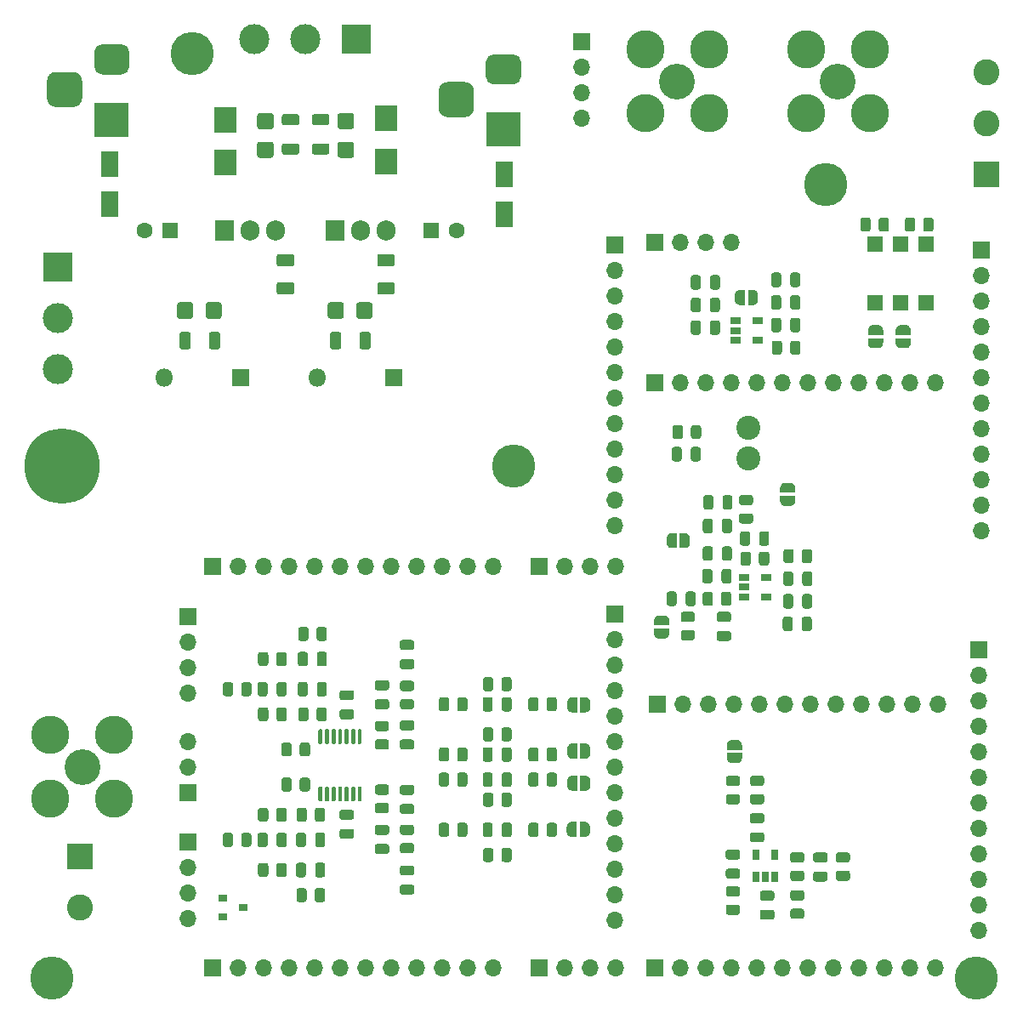
<source format=gbr>
%TF.GenerationSoftware,KiCad,Pcbnew,(5.1.8)-1*%
%TF.CreationDate,2021-09-14T11:30:17-04:00*%
%TF.ProjectId,ModularPreamp,4d6f6475-6c61-4725-9072-65616d702e6b,rev?*%
%TF.SameCoordinates,Original*%
%TF.FileFunction,Soldermask,Top*%
%TF.FilePolarity,Negative*%
%FSLAX46Y46*%
G04 Gerber Fmt 4.6, Leading zero omitted, Abs format (unit mm)*
G04 Created by KiCad (PCBNEW (5.1.8)-1) date 2021-09-14 11:30:17*
%MOMM*%
%LPD*%
G01*
G04 APERTURE LIST*
%ADD10C,3.000000*%
%ADD11R,3.000000X3.000000*%
%ADD12R,0.900000X0.800000*%
%ADD13C,2.600000*%
%ADD14R,2.600000X2.600000*%
%ADD15C,4.300000*%
%ADD16C,7.500000*%
%ADD17O,1.800000X1.800000*%
%ADD18R,1.800000X1.800000*%
%ADD19R,1.800000X2.500000*%
%ADD20C,3.810000*%
%ADD21C,3.556000*%
%ADD22O,1.700000X1.700000*%
%ADD23R,1.700000X1.700000*%
%ADD24R,1.060000X0.650000*%
%ADD25C,0.100000*%
%ADD26R,1.520000X1.520000*%
%ADD27C,2.400000*%
%ADD28R,0.650000X1.060000*%
%ADD29O,1.905000X2.000000*%
%ADD30R,1.905000X2.000000*%
%ADD31R,3.500000X3.500000*%
%ADD32R,2.300000X2.500000*%
%ADD33C,1.600000*%
%ADD34R,1.600000X1.600000*%
G04 APERTURE END LIST*
D10*
%TO.C,J25*%
X89600000Y-55360000D03*
X89600000Y-50280000D03*
D11*
X89600000Y-45200000D03*
%TD*%
D12*
%TO.C,D11*%
X108000000Y-109000000D03*
X106000000Y-109950000D03*
X106000000Y-108050000D03*
%TD*%
D13*
%TO.C,J24*%
X182000000Y-25840000D03*
X182000000Y-30920000D03*
D14*
X182000000Y-36000000D03*
%TD*%
D15*
%TO.C,H6*%
X135000000Y-65000000D03*
%TD*%
%TO.C,H5*%
X181000000Y-116000000D03*
%TD*%
%TO.C,H4*%
X103000000Y-24000000D03*
%TD*%
%TO.C,H3*%
X166000000Y-37000000D03*
%TD*%
%TO.C,H2*%
X89000000Y-116000000D03*
%TD*%
D16*
%TO.C,H1*%
X90000000Y-65000000D03*
%TD*%
D17*
%TO.C,D10*%
X115380000Y-56250000D03*
D18*
X123000000Y-56250000D03*
%TD*%
D17*
%TO.C,D9*%
X100130000Y-56250000D03*
D18*
X107750000Y-56250000D03*
%TD*%
D19*
%TO.C,D8*%
X134000000Y-36000000D03*
X134000000Y-40000000D03*
%TD*%
%TO.C,D7*%
X94750000Y-39000000D03*
X94750000Y-35000000D03*
%TD*%
D13*
%TO.C,J23*%
X91750000Y-109000000D03*
D14*
X91750000Y-103920000D03*
%TD*%
D20*
%TO.C,J15*%
X170425000Y-29925000D03*
X164075000Y-29925000D03*
X170425000Y-23575000D03*
D21*
X167250000Y-26750000D03*
D20*
X164075000Y-23575000D03*
%TD*%
%TO.C,J14*%
X154425000Y-29925000D03*
X148075000Y-29925000D03*
X154425000Y-23575000D03*
D21*
X151250000Y-26750000D03*
D20*
X148075000Y-23575000D03*
%TD*%
D22*
%TO.C,J19*%
X176940000Y-56750000D03*
X174400000Y-56750000D03*
X171860000Y-56750000D03*
X169320000Y-56750000D03*
X166780000Y-56750000D03*
X164240000Y-56750000D03*
X161700000Y-56750000D03*
X159160000Y-56750000D03*
X156620000Y-56750000D03*
X154080000Y-56750000D03*
X151540000Y-56750000D03*
D23*
X149000000Y-56750000D03*
%TD*%
D22*
%TO.C,J18*%
X177190000Y-88750000D03*
X174650000Y-88750000D03*
X172110000Y-88750000D03*
X169570000Y-88750000D03*
X167030000Y-88750000D03*
X164490000Y-88750000D03*
X161950000Y-88750000D03*
X159410000Y-88750000D03*
X156870000Y-88750000D03*
X154330000Y-88750000D03*
X151790000Y-88750000D03*
D23*
X149250000Y-88750000D03*
%TD*%
D22*
%TO.C,J22*%
X176940000Y-115000000D03*
X174400000Y-115000000D03*
X171860000Y-115000000D03*
X169320000Y-115000000D03*
X166780000Y-115000000D03*
X164240000Y-115000000D03*
X161700000Y-115000000D03*
X159160000Y-115000000D03*
X156620000Y-115000000D03*
X154080000Y-115000000D03*
X151540000Y-115000000D03*
D23*
X149000000Y-115000000D03*
%TD*%
D22*
%TO.C,J21*%
X156620000Y-42750000D03*
X154080000Y-42750000D03*
X151540000Y-42750000D03*
D23*
X149000000Y-42750000D03*
%TD*%
D22*
%TO.C,J20*%
X141750000Y-30370000D03*
X141750000Y-27830000D03*
X141750000Y-25290000D03*
D23*
X141750000Y-22750000D03*
%TD*%
D22*
%TO.C,J17*%
X145000000Y-70940000D03*
X145000000Y-68400000D03*
X145000000Y-65860000D03*
X145000000Y-63320000D03*
X145000000Y-60780000D03*
X145000000Y-58240000D03*
X145000000Y-55700000D03*
X145000000Y-53160000D03*
X145000000Y-50620000D03*
X145000000Y-48080000D03*
X145000000Y-45540000D03*
D23*
X145000000Y-43000000D03*
%TD*%
D22*
%TO.C,J16*%
X181500000Y-71440000D03*
X181500000Y-68900000D03*
X181500000Y-66360000D03*
X181500000Y-63820000D03*
X181500000Y-61280000D03*
X181500000Y-58740000D03*
X181500000Y-56200000D03*
X181500000Y-53660000D03*
X181500000Y-51120000D03*
X181500000Y-48580000D03*
X181500000Y-46040000D03*
D23*
X181500000Y-43500000D03*
%TD*%
D24*
%TO.C,U6*%
X159250000Y-50600000D03*
X159250000Y-52500000D03*
X157050000Y-52500000D03*
X157050000Y-51550000D03*
X157050000Y-50600000D03*
%TD*%
%TO.C,R47*%
G36*
G01*
X170512500Y-40549998D02*
X170512500Y-41450002D01*
G75*
G02*
X170262502Y-41700000I-249998J0D01*
G01*
X169737498Y-41700000D01*
G75*
G02*
X169487500Y-41450002I0J249998D01*
G01*
X169487500Y-40549998D01*
G75*
G02*
X169737498Y-40300000I249998J0D01*
G01*
X170262502Y-40300000D01*
G75*
G02*
X170512500Y-40549998I0J-249998D01*
G01*
G37*
G36*
G01*
X172337500Y-40549998D02*
X172337500Y-41450002D01*
G75*
G02*
X172087502Y-41700000I-249998J0D01*
G01*
X171562498Y-41700000D01*
G75*
G02*
X171312500Y-41450002I0J249998D01*
G01*
X171312500Y-40549998D01*
G75*
G02*
X171562498Y-40300000I249998J0D01*
G01*
X172087502Y-40300000D01*
G75*
G02*
X172337500Y-40549998I0J-249998D01*
G01*
G37*
%TD*%
%TO.C,R46*%
G36*
G01*
X175737500Y-41450002D02*
X175737500Y-40549998D01*
G75*
G02*
X175987498Y-40300000I249998J0D01*
G01*
X176512502Y-40300000D01*
G75*
G02*
X176762500Y-40549998I0J-249998D01*
G01*
X176762500Y-41450002D01*
G75*
G02*
X176512502Y-41700000I-249998J0D01*
G01*
X175987498Y-41700000D01*
G75*
G02*
X175737500Y-41450002I0J249998D01*
G01*
G37*
G36*
G01*
X173912500Y-41450002D02*
X173912500Y-40549998D01*
G75*
G02*
X174162498Y-40300000I249998J0D01*
G01*
X174687502Y-40300000D01*
G75*
G02*
X174937500Y-40549998I0J-249998D01*
G01*
X174937500Y-41450002D01*
G75*
G02*
X174687502Y-41700000I-249998J0D01*
G01*
X174162498Y-41700000D01*
G75*
G02*
X173912500Y-41450002I0J249998D01*
G01*
G37*
%TD*%
%TO.C,R45*%
G36*
G01*
X162487500Y-53700002D02*
X162487500Y-52799998D01*
G75*
G02*
X162737498Y-52550000I249998J0D01*
G01*
X163262502Y-52550000D01*
G75*
G02*
X163512500Y-52799998I0J-249998D01*
G01*
X163512500Y-53700002D01*
G75*
G02*
X163262502Y-53950000I-249998J0D01*
G01*
X162737498Y-53950000D01*
G75*
G02*
X162487500Y-53700002I0J249998D01*
G01*
G37*
G36*
G01*
X160662500Y-53700002D02*
X160662500Y-52799998D01*
G75*
G02*
X160912498Y-52550000I249998J0D01*
G01*
X161437502Y-52550000D01*
G75*
G02*
X161687500Y-52799998I0J-249998D01*
G01*
X161687500Y-53700002D01*
G75*
G02*
X161437502Y-53950000I-249998J0D01*
G01*
X160912498Y-53950000D01*
G75*
G02*
X160662500Y-53700002I0J249998D01*
G01*
G37*
%TD*%
D25*
%TO.C,JP11*%
G36*
X173000602Y-51500000D02*
G01*
X173000602Y-51475466D01*
X173005412Y-51426635D01*
X173014984Y-51378510D01*
X173029228Y-51331555D01*
X173048005Y-51286222D01*
X173071136Y-51242949D01*
X173098396Y-51202150D01*
X173129524Y-51164221D01*
X173164221Y-51129524D01*
X173202150Y-51098396D01*
X173242949Y-51071136D01*
X173286222Y-51048005D01*
X173331555Y-51029228D01*
X173378510Y-51014984D01*
X173426635Y-51005412D01*
X173475466Y-51000602D01*
X173500000Y-51000602D01*
X173500000Y-51000000D01*
X174000000Y-51000000D01*
X174000000Y-51000602D01*
X174024534Y-51000602D01*
X174073365Y-51005412D01*
X174121490Y-51014984D01*
X174168445Y-51029228D01*
X174213778Y-51048005D01*
X174257051Y-51071136D01*
X174297850Y-51098396D01*
X174335779Y-51129524D01*
X174370476Y-51164221D01*
X174401604Y-51202150D01*
X174428864Y-51242949D01*
X174451995Y-51286222D01*
X174470772Y-51331555D01*
X174485016Y-51378510D01*
X174494588Y-51426635D01*
X174499398Y-51475466D01*
X174499398Y-51500000D01*
X174500000Y-51500000D01*
X174500000Y-52000000D01*
X173000000Y-52000000D01*
X173000000Y-51500000D01*
X173000602Y-51500000D01*
G37*
G36*
X174500000Y-52300000D02*
G01*
X174500000Y-52800000D01*
X174499398Y-52800000D01*
X174499398Y-52824534D01*
X174494588Y-52873365D01*
X174485016Y-52921490D01*
X174470772Y-52968445D01*
X174451995Y-53013778D01*
X174428864Y-53057051D01*
X174401604Y-53097850D01*
X174370476Y-53135779D01*
X174335779Y-53170476D01*
X174297850Y-53201604D01*
X174257051Y-53228864D01*
X174213778Y-53251995D01*
X174168445Y-53270772D01*
X174121490Y-53285016D01*
X174073365Y-53294588D01*
X174024534Y-53299398D01*
X174000000Y-53299398D01*
X174000000Y-53300000D01*
X173500000Y-53300000D01*
X173500000Y-53299398D01*
X173475466Y-53299398D01*
X173426635Y-53294588D01*
X173378510Y-53285016D01*
X173331555Y-53270772D01*
X173286222Y-53251995D01*
X173242949Y-53228864D01*
X173202150Y-53201604D01*
X173164221Y-53170476D01*
X173129524Y-53135779D01*
X173098396Y-53097850D01*
X173071136Y-53057051D01*
X173048005Y-53013778D01*
X173029228Y-52968445D01*
X173014984Y-52921490D01*
X173005412Y-52873365D01*
X173000602Y-52824534D01*
X173000602Y-52800000D01*
X173000000Y-52800000D01*
X173000000Y-52300000D01*
X174500000Y-52300000D01*
G37*
%TD*%
%TO.C,JP10*%
G36*
X170250602Y-51500000D02*
G01*
X170250602Y-51475466D01*
X170255412Y-51426635D01*
X170264984Y-51378510D01*
X170279228Y-51331555D01*
X170298005Y-51286222D01*
X170321136Y-51242949D01*
X170348396Y-51202150D01*
X170379524Y-51164221D01*
X170414221Y-51129524D01*
X170452150Y-51098396D01*
X170492949Y-51071136D01*
X170536222Y-51048005D01*
X170581555Y-51029228D01*
X170628510Y-51014984D01*
X170676635Y-51005412D01*
X170725466Y-51000602D01*
X170750000Y-51000602D01*
X170750000Y-51000000D01*
X171250000Y-51000000D01*
X171250000Y-51000602D01*
X171274534Y-51000602D01*
X171323365Y-51005412D01*
X171371490Y-51014984D01*
X171418445Y-51029228D01*
X171463778Y-51048005D01*
X171507051Y-51071136D01*
X171547850Y-51098396D01*
X171585779Y-51129524D01*
X171620476Y-51164221D01*
X171651604Y-51202150D01*
X171678864Y-51242949D01*
X171701995Y-51286222D01*
X171720772Y-51331555D01*
X171735016Y-51378510D01*
X171744588Y-51426635D01*
X171749398Y-51475466D01*
X171749398Y-51500000D01*
X171750000Y-51500000D01*
X171750000Y-52000000D01*
X170250000Y-52000000D01*
X170250000Y-51500000D01*
X170250602Y-51500000D01*
G37*
G36*
X171750000Y-52300000D02*
G01*
X171750000Y-52800000D01*
X171749398Y-52800000D01*
X171749398Y-52824534D01*
X171744588Y-52873365D01*
X171735016Y-52921490D01*
X171720772Y-52968445D01*
X171701995Y-53013778D01*
X171678864Y-53057051D01*
X171651604Y-53097850D01*
X171620476Y-53135779D01*
X171585779Y-53170476D01*
X171547850Y-53201604D01*
X171507051Y-53228864D01*
X171463778Y-53251995D01*
X171418445Y-53270772D01*
X171371490Y-53285016D01*
X171323365Y-53294588D01*
X171274534Y-53299398D01*
X171250000Y-53299398D01*
X171250000Y-53300000D01*
X170750000Y-53300000D01*
X170750000Y-53299398D01*
X170725466Y-53299398D01*
X170676635Y-53294588D01*
X170628510Y-53285016D01*
X170581555Y-53270772D01*
X170536222Y-53251995D01*
X170492949Y-53228864D01*
X170452150Y-53201604D01*
X170414221Y-53170476D01*
X170379524Y-53135779D01*
X170348396Y-53097850D01*
X170321136Y-53057051D01*
X170298005Y-53013778D01*
X170279228Y-52968445D01*
X170264984Y-52921490D01*
X170255412Y-52873365D01*
X170250602Y-52824534D01*
X170250602Y-52800000D01*
X170250000Y-52800000D01*
X170250000Y-52300000D01*
X171750000Y-52300000D01*
G37*
%TD*%
%TO.C,JP9*%
G36*
X157500000Y-48999398D02*
G01*
X157475466Y-48999398D01*
X157426635Y-48994588D01*
X157378510Y-48985016D01*
X157331555Y-48970772D01*
X157286222Y-48951995D01*
X157242949Y-48928864D01*
X157202150Y-48901604D01*
X157164221Y-48870476D01*
X157129524Y-48835779D01*
X157098396Y-48797850D01*
X157071136Y-48757051D01*
X157048005Y-48713778D01*
X157029228Y-48668445D01*
X157014984Y-48621490D01*
X157005412Y-48573365D01*
X157000602Y-48524534D01*
X157000602Y-48500000D01*
X157000000Y-48500000D01*
X157000000Y-48000000D01*
X157000602Y-48000000D01*
X157000602Y-47975466D01*
X157005412Y-47926635D01*
X157014984Y-47878510D01*
X157029228Y-47831555D01*
X157048005Y-47786222D01*
X157071136Y-47742949D01*
X157098396Y-47702150D01*
X157129524Y-47664221D01*
X157164221Y-47629524D01*
X157202150Y-47598396D01*
X157242949Y-47571136D01*
X157286222Y-47548005D01*
X157331555Y-47529228D01*
X157378510Y-47514984D01*
X157426635Y-47505412D01*
X157475466Y-47500602D01*
X157500000Y-47500602D01*
X157500000Y-47500000D01*
X158000000Y-47500000D01*
X158000000Y-49000000D01*
X157500000Y-49000000D01*
X157500000Y-48999398D01*
G37*
G36*
X158300000Y-47500000D02*
G01*
X158800000Y-47500000D01*
X158800000Y-47500602D01*
X158824534Y-47500602D01*
X158873365Y-47505412D01*
X158921490Y-47514984D01*
X158968445Y-47529228D01*
X159013778Y-47548005D01*
X159057051Y-47571136D01*
X159097850Y-47598396D01*
X159135779Y-47629524D01*
X159170476Y-47664221D01*
X159201604Y-47702150D01*
X159228864Y-47742949D01*
X159251995Y-47786222D01*
X159270772Y-47831555D01*
X159285016Y-47878510D01*
X159294588Y-47926635D01*
X159299398Y-47975466D01*
X159299398Y-48000000D01*
X159300000Y-48000000D01*
X159300000Y-48500000D01*
X159299398Y-48500000D01*
X159299398Y-48524534D01*
X159294588Y-48573365D01*
X159285016Y-48621490D01*
X159270772Y-48668445D01*
X159251995Y-48713778D01*
X159228864Y-48757051D01*
X159201604Y-48797850D01*
X159170476Y-48835779D01*
X159135779Y-48870476D01*
X159097850Y-48901604D01*
X159057051Y-48928864D01*
X159013778Y-48951995D01*
X158968445Y-48970772D01*
X158921490Y-48985016D01*
X158873365Y-48994588D01*
X158824534Y-48999398D01*
X158800000Y-48999398D01*
X158800000Y-49000000D01*
X158300000Y-49000000D01*
X158300000Y-47500000D01*
G37*
%TD*%
%TO.C,C41*%
G36*
G01*
X154500000Y-47225000D02*
X154500000Y-46275000D01*
G75*
G02*
X154750000Y-46025000I250000J0D01*
G01*
X155250000Y-46025000D01*
G75*
G02*
X155500000Y-46275000I0J-250000D01*
G01*
X155500000Y-47225000D01*
G75*
G02*
X155250000Y-47475000I-250000J0D01*
G01*
X154750000Y-47475000D01*
G75*
G02*
X154500000Y-47225000I0J250000D01*
G01*
G37*
G36*
G01*
X152600000Y-47225000D02*
X152600000Y-46275000D01*
G75*
G02*
X152850000Y-46025000I250000J0D01*
G01*
X153350000Y-46025000D01*
G75*
G02*
X153600000Y-46275000I0J-250000D01*
G01*
X153600000Y-47225000D01*
G75*
G02*
X153350000Y-47475000I-250000J0D01*
G01*
X152850000Y-47475000D01*
G75*
G02*
X152600000Y-47225000I0J250000D01*
G01*
G37*
%TD*%
%TO.C,C40*%
G36*
G01*
X154500000Y-49475000D02*
X154500000Y-48525000D01*
G75*
G02*
X154750000Y-48275000I250000J0D01*
G01*
X155250000Y-48275000D01*
G75*
G02*
X155500000Y-48525000I0J-250000D01*
G01*
X155500000Y-49475000D01*
G75*
G02*
X155250000Y-49725000I-250000J0D01*
G01*
X154750000Y-49725000D01*
G75*
G02*
X154500000Y-49475000I0J250000D01*
G01*
G37*
G36*
G01*
X152600000Y-49475000D02*
X152600000Y-48525000D01*
G75*
G02*
X152850000Y-48275000I250000J0D01*
G01*
X153350000Y-48275000D01*
G75*
G02*
X153600000Y-48525000I0J-250000D01*
G01*
X153600000Y-49475000D01*
G75*
G02*
X153350000Y-49725000I-250000J0D01*
G01*
X152850000Y-49725000D01*
G75*
G02*
X152600000Y-49475000I0J250000D01*
G01*
G37*
%TD*%
%TO.C,C39*%
G36*
G01*
X154500000Y-51725000D02*
X154500000Y-50775000D01*
G75*
G02*
X154750000Y-50525000I250000J0D01*
G01*
X155250000Y-50525000D01*
G75*
G02*
X155500000Y-50775000I0J-250000D01*
G01*
X155500000Y-51725000D01*
G75*
G02*
X155250000Y-51975000I-250000J0D01*
G01*
X154750000Y-51975000D01*
G75*
G02*
X154500000Y-51725000I0J250000D01*
G01*
G37*
G36*
G01*
X152600000Y-51725000D02*
X152600000Y-50775000D01*
G75*
G02*
X152850000Y-50525000I250000J0D01*
G01*
X153350000Y-50525000D01*
G75*
G02*
X153600000Y-50775000I0J-250000D01*
G01*
X153600000Y-51725000D01*
G75*
G02*
X153350000Y-51975000I-250000J0D01*
G01*
X152850000Y-51975000D01*
G75*
G02*
X152600000Y-51725000I0J250000D01*
G01*
G37*
%TD*%
%TO.C,C38*%
G36*
G01*
X161600000Y-50525000D02*
X161600000Y-51475000D01*
G75*
G02*
X161350000Y-51725000I-250000J0D01*
G01*
X160850000Y-51725000D01*
G75*
G02*
X160600000Y-51475000I0J250000D01*
G01*
X160600000Y-50525000D01*
G75*
G02*
X160850000Y-50275000I250000J0D01*
G01*
X161350000Y-50275000D01*
G75*
G02*
X161600000Y-50525000I0J-250000D01*
G01*
G37*
G36*
G01*
X163500000Y-50525000D02*
X163500000Y-51475000D01*
G75*
G02*
X163250000Y-51725000I-250000J0D01*
G01*
X162750000Y-51725000D01*
G75*
G02*
X162500000Y-51475000I0J250000D01*
G01*
X162500000Y-50525000D01*
G75*
G02*
X162750000Y-50275000I250000J0D01*
G01*
X163250000Y-50275000D01*
G75*
G02*
X163500000Y-50525000I0J-250000D01*
G01*
G37*
%TD*%
%TO.C,C37*%
G36*
G01*
X161600000Y-48275000D02*
X161600000Y-49225000D01*
G75*
G02*
X161350000Y-49475000I-250000J0D01*
G01*
X160850000Y-49475000D01*
G75*
G02*
X160600000Y-49225000I0J250000D01*
G01*
X160600000Y-48275000D01*
G75*
G02*
X160850000Y-48025000I250000J0D01*
G01*
X161350000Y-48025000D01*
G75*
G02*
X161600000Y-48275000I0J-250000D01*
G01*
G37*
G36*
G01*
X163500000Y-48275000D02*
X163500000Y-49225000D01*
G75*
G02*
X163250000Y-49475000I-250000J0D01*
G01*
X162750000Y-49475000D01*
G75*
G02*
X162500000Y-49225000I0J250000D01*
G01*
X162500000Y-48275000D01*
G75*
G02*
X162750000Y-48025000I250000J0D01*
G01*
X163250000Y-48025000D01*
G75*
G02*
X163500000Y-48275000I0J-250000D01*
G01*
G37*
%TD*%
%TO.C,C36*%
G36*
G01*
X161600000Y-46025000D02*
X161600000Y-46975000D01*
G75*
G02*
X161350000Y-47225000I-250000J0D01*
G01*
X160850000Y-47225000D01*
G75*
G02*
X160600000Y-46975000I0J250000D01*
G01*
X160600000Y-46025000D01*
G75*
G02*
X160850000Y-45775000I250000J0D01*
G01*
X161350000Y-45775000D01*
G75*
G02*
X161600000Y-46025000I0J-250000D01*
G01*
G37*
G36*
G01*
X163500000Y-46025000D02*
X163500000Y-46975000D01*
G75*
G02*
X163250000Y-47225000I-250000J0D01*
G01*
X162750000Y-47225000D01*
G75*
G02*
X162500000Y-46975000I0J250000D01*
G01*
X162500000Y-46025000D01*
G75*
G02*
X162750000Y-45775000I250000J0D01*
G01*
X163250000Y-45775000D01*
G75*
G02*
X163500000Y-46025000I0J-250000D01*
G01*
G37*
%TD*%
%TO.C,C35*%
G36*
G01*
X155700000Y-71475000D02*
X155700000Y-70525000D01*
G75*
G02*
X155950000Y-70275000I250000J0D01*
G01*
X156450000Y-70275000D01*
G75*
G02*
X156700000Y-70525000I0J-250000D01*
G01*
X156700000Y-71475000D01*
G75*
G02*
X156450000Y-71725000I-250000J0D01*
G01*
X155950000Y-71725000D01*
G75*
G02*
X155700000Y-71475000I0J250000D01*
G01*
G37*
G36*
G01*
X153800000Y-71475000D02*
X153800000Y-70525000D01*
G75*
G02*
X154050000Y-70275000I250000J0D01*
G01*
X154550000Y-70275000D01*
G75*
G02*
X154800000Y-70525000I0J-250000D01*
G01*
X154800000Y-71475000D01*
G75*
G02*
X154550000Y-71725000I-250000J0D01*
G01*
X154050000Y-71725000D01*
G75*
G02*
X153800000Y-71475000I0J250000D01*
G01*
G37*
%TD*%
%TO.C,C34*%
G36*
G01*
X155700000Y-74225000D02*
X155700000Y-73275000D01*
G75*
G02*
X155950000Y-73025000I250000J0D01*
G01*
X156450000Y-73025000D01*
G75*
G02*
X156700000Y-73275000I0J-250000D01*
G01*
X156700000Y-74225000D01*
G75*
G02*
X156450000Y-74475000I-250000J0D01*
G01*
X155950000Y-74475000D01*
G75*
G02*
X155700000Y-74225000I0J250000D01*
G01*
G37*
G36*
G01*
X153800000Y-74225000D02*
X153800000Y-73275000D01*
G75*
G02*
X154050000Y-73025000I250000J0D01*
G01*
X154550000Y-73025000D01*
G75*
G02*
X154800000Y-73275000I0J-250000D01*
G01*
X154800000Y-74225000D01*
G75*
G02*
X154550000Y-74475000I-250000J0D01*
G01*
X154050000Y-74475000D01*
G75*
G02*
X153800000Y-74225000I0J250000D01*
G01*
G37*
%TD*%
%TO.C,C33*%
G36*
G01*
X155650000Y-76475000D02*
X155650000Y-75525000D01*
G75*
G02*
X155900000Y-75275000I250000J0D01*
G01*
X156400000Y-75275000D01*
G75*
G02*
X156650000Y-75525000I0J-250000D01*
G01*
X156650000Y-76475000D01*
G75*
G02*
X156400000Y-76725000I-250000J0D01*
G01*
X155900000Y-76725000D01*
G75*
G02*
X155650000Y-76475000I0J250000D01*
G01*
G37*
G36*
G01*
X153750000Y-76475000D02*
X153750000Y-75525000D01*
G75*
G02*
X154000000Y-75275000I250000J0D01*
G01*
X154500000Y-75275000D01*
G75*
G02*
X154750000Y-75525000I0J-250000D01*
G01*
X154750000Y-76475000D01*
G75*
G02*
X154500000Y-76725000I-250000J0D01*
G01*
X154000000Y-76725000D01*
G75*
G02*
X153750000Y-76475000I0J250000D01*
G01*
G37*
%TD*%
%TO.C,C32*%
G36*
G01*
X162800000Y-75775000D02*
X162800000Y-76725000D01*
G75*
G02*
X162550000Y-76975000I-250000J0D01*
G01*
X162050000Y-76975000D01*
G75*
G02*
X161800000Y-76725000I0J250000D01*
G01*
X161800000Y-75775000D01*
G75*
G02*
X162050000Y-75525000I250000J0D01*
G01*
X162550000Y-75525000D01*
G75*
G02*
X162800000Y-75775000I0J-250000D01*
G01*
G37*
G36*
G01*
X164700000Y-75775000D02*
X164700000Y-76725000D01*
G75*
G02*
X164450000Y-76975000I-250000J0D01*
G01*
X163950000Y-76975000D01*
G75*
G02*
X163700000Y-76725000I0J250000D01*
G01*
X163700000Y-75775000D01*
G75*
G02*
X163950000Y-75525000I250000J0D01*
G01*
X164450000Y-75525000D01*
G75*
G02*
X164700000Y-75775000I0J-250000D01*
G01*
G37*
%TD*%
%TO.C,C31*%
G36*
G01*
X162800000Y-78025000D02*
X162800000Y-78975000D01*
G75*
G02*
X162550000Y-79225000I-250000J0D01*
G01*
X162050000Y-79225000D01*
G75*
G02*
X161800000Y-78975000I0J250000D01*
G01*
X161800000Y-78025000D01*
G75*
G02*
X162050000Y-77775000I250000J0D01*
G01*
X162550000Y-77775000D01*
G75*
G02*
X162800000Y-78025000I0J-250000D01*
G01*
G37*
G36*
G01*
X164700000Y-78025000D02*
X164700000Y-78975000D01*
G75*
G02*
X164450000Y-79225000I-250000J0D01*
G01*
X163950000Y-79225000D01*
G75*
G02*
X163700000Y-78975000I0J250000D01*
G01*
X163700000Y-78025000D01*
G75*
G02*
X163950000Y-77775000I250000J0D01*
G01*
X164450000Y-77775000D01*
G75*
G02*
X164700000Y-78025000I0J-250000D01*
G01*
G37*
%TD*%
%TO.C,C30*%
G36*
G01*
X162750000Y-80275000D02*
X162750000Y-81225000D01*
G75*
G02*
X162500000Y-81475000I-250000J0D01*
G01*
X162000000Y-81475000D01*
G75*
G02*
X161750000Y-81225000I0J250000D01*
G01*
X161750000Y-80275000D01*
G75*
G02*
X162000000Y-80025000I250000J0D01*
G01*
X162500000Y-80025000D01*
G75*
G02*
X162750000Y-80275000I0J-250000D01*
G01*
G37*
G36*
G01*
X164650000Y-80275000D02*
X164650000Y-81225000D01*
G75*
G02*
X164400000Y-81475000I-250000J0D01*
G01*
X163900000Y-81475000D01*
G75*
G02*
X163650000Y-81225000I0J250000D01*
G01*
X163650000Y-80275000D01*
G75*
G02*
X163900000Y-80025000I250000J0D01*
G01*
X164400000Y-80025000D01*
G75*
G02*
X164650000Y-80275000I0J-250000D01*
G01*
G37*
%TD*%
D26*
%TO.C,X1*%
X170920000Y-42908000D03*
X173460000Y-42908000D03*
X176000000Y-42908000D03*
X176000000Y-48750000D03*
X173460000Y-48750000D03*
X170920000Y-48750000D03*
%TD*%
%TO.C,R44*%
G36*
G01*
X162850000Y-73549998D02*
X162850000Y-74450002D01*
G75*
G02*
X162600002Y-74700000I-249998J0D01*
G01*
X162074998Y-74700000D01*
G75*
G02*
X161825000Y-74450002I0J249998D01*
G01*
X161825000Y-73549998D01*
G75*
G02*
X162074998Y-73300000I249998J0D01*
G01*
X162600002Y-73300000D01*
G75*
G02*
X162850000Y-73549998I0J-249998D01*
G01*
G37*
G36*
G01*
X164675000Y-73549998D02*
X164675000Y-74450002D01*
G75*
G02*
X164425002Y-74700000I-249998J0D01*
G01*
X163899998Y-74700000D01*
G75*
G02*
X163650000Y-74450002I0J249998D01*
G01*
X163650000Y-73549998D01*
G75*
G02*
X163899998Y-73300000I249998J0D01*
G01*
X164425002Y-73300000D01*
G75*
G02*
X164675000Y-73549998I0J-249998D01*
G01*
G37*
%TD*%
%TO.C,R43*%
G36*
G01*
X158587500Y-73799998D02*
X158587500Y-74700002D01*
G75*
G02*
X158337502Y-74950000I-249998J0D01*
G01*
X157812498Y-74950000D01*
G75*
G02*
X157562500Y-74700002I0J249998D01*
G01*
X157562500Y-73799998D01*
G75*
G02*
X157812498Y-73550000I249998J0D01*
G01*
X158337502Y-73550000D01*
G75*
G02*
X158587500Y-73799998I0J-249998D01*
G01*
G37*
G36*
G01*
X160412500Y-73799998D02*
X160412500Y-74700002D01*
G75*
G02*
X160162502Y-74950000I-249998J0D01*
G01*
X159637498Y-74950000D01*
G75*
G02*
X159387500Y-74700002I0J249998D01*
G01*
X159387500Y-73799998D01*
G75*
G02*
X159637498Y-73550000I249998J0D01*
G01*
X160162502Y-73550000D01*
G75*
G02*
X160412500Y-73799998I0J-249998D01*
G01*
G37*
%TD*%
D27*
%TO.C,L1*%
X158300000Y-64250000D03*
X158300000Y-61250000D03*
%TD*%
D25*
%TO.C,JP8*%
G36*
X161500602Y-67200000D02*
G01*
X161500602Y-67175466D01*
X161505412Y-67126635D01*
X161514984Y-67078510D01*
X161529228Y-67031555D01*
X161548005Y-66986222D01*
X161571136Y-66942949D01*
X161598396Y-66902150D01*
X161629524Y-66864221D01*
X161664221Y-66829524D01*
X161702150Y-66798396D01*
X161742949Y-66771136D01*
X161786222Y-66748005D01*
X161831555Y-66729228D01*
X161878510Y-66714984D01*
X161926635Y-66705412D01*
X161975466Y-66700602D01*
X162000000Y-66700602D01*
X162000000Y-66700000D01*
X162500000Y-66700000D01*
X162500000Y-66700602D01*
X162524534Y-66700602D01*
X162573365Y-66705412D01*
X162621490Y-66714984D01*
X162668445Y-66729228D01*
X162713778Y-66748005D01*
X162757051Y-66771136D01*
X162797850Y-66798396D01*
X162835779Y-66829524D01*
X162870476Y-66864221D01*
X162901604Y-66902150D01*
X162928864Y-66942949D01*
X162951995Y-66986222D01*
X162970772Y-67031555D01*
X162985016Y-67078510D01*
X162994588Y-67126635D01*
X162999398Y-67175466D01*
X162999398Y-67200000D01*
X163000000Y-67200000D01*
X163000000Y-67700000D01*
X161500000Y-67700000D01*
X161500000Y-67200000D01*
X161500602Y-67200000D01*
G37*
G36*
X163000000Y-68000000D02*
G01*
X163000000Y-68500000D01*
X162999398Y-68500000D01*
X162999398Y-68524534D01*
X162994588Y-68573365D01*
X162985016Y-68621490D01*
X162970772Y-68668445D01*
X162951995Y-68713778D01*
X162928864Y-68757051D01*
X162901604Y-68797850D01*
X162870476Y-68835779D01*
X162835779Y-68870476D01*
X162797850Y-68901604D01*
X162757051Y-68928864D01*
X162713778Y-68951995D01*
X162668445Y-68970772D01*
X162621490Y-68985016D01*
X162573365Y-68994588D01*
X162524534Y-68999398D01*
X162500000Y-68999398D01*
X162500000Y-69000000D01*
X162000000Y-69000000D01*
X162000000Y-68999398D01*
X161975466Y-68999398D01*
X161926635Y-68994588D01*
X161878510Y-68985016D01*
X161831555Y-68970772D01*
X161786222Y-68951995D01*
X161742949Y-68928864D01*
X161702150Y-68901604D01*
X161664221Y-68870476D01*
X161629524Y-68835779D01*
X161598396Y-68797850D01*
X161571136Y-68757051D01*
X161548005Y-68713778D01*
X161529228Y-68668445D01*
X161514984Y-68621490D01*
X161505412Y-68573365D01*
X161500602Y-68524534D01*
X161500602Y-68500000D01*
X161500000Y-68500000D01*
X161500000Y-68000000D01*
X163000000Y-68000000D01*
G37*
%TD*%
%TO.C,C29*%
G36*
G01*
X152600000Y-64325000D02*
X152600000Y-63375000D01*
G75*
G02*
X152850000Y-63125000I250000J0D01*
G01*
X153350000Y-63125000D01*
G75*
G02*
X153600000Y-63375000I0J-250000D01*
G01*
X153600000Y-64325000D01*
G75*
G02*
X153350000Y-64575000I-250000J0D01*
G01*
X152850000Y-64575000D01*
G75*
G02*
X152600000Y-64325000I0J250000D01*
G01*
G37*
G36*
G01*
X150700000Y-64325000D02*
X150700000Y-63375000D01*
G75*
G02*
X150950000Y-63125000I250000J0D01*
G01*
X151450000Y-63125000D01*
G75*
G02*
X151700000Y-63375000I0J-250000D01*
G01*
X151700000Y-64325000D01*
G75*
G02*
X151450000Y-64575000I-250000J0D01*
G01*
X150950000Y-64575000D01*
G75*
G02*
X150700000Y-64325000I0J250000D01*
G01*
G37*
%TD*%
%TO.C,C28*%
G36*
G01*
X158500000Y-71775000D02*
X158500000Y-72725000D01*
G75*
G02*
X158250000Y-72975000I-250000J0D01*
G01*
X157750000Y-72975000D01*
G75*
G02*
X157500000Y-72725000I0J250000D01*
G01*
X157500000Y-71775000D01*
G75*
G02*
X157750000Y-71525000I250000J0D01*
G01*
X158250000Y-71525000D01*
G75*
G02*
X158500000Y-71775000I0J-250000D01*
G01*
G37*
G36*
G01*
X160400000Y-71775000D02*
X160400000Y-72725000D01*
G75*
G02*
X160150000Y-72975000I-250000J0D01*
G01*
X159650000Y-72975000D01*
G75*
G02*
X159400000Y-72725000I0J250000D01*
G01*
X159400000Y-71775000D01*
G75*
G02*
X159650000Y-71525000I250000J0D01*
G01*
X160150000Y-71525000D01*
G75*
G02*
X160400000Y-71775000I0J-250000D01*
G01*
G37*
%TD*%
%TO.C,JP7*%
G36*
X142100000Y-92650602D02*
G01*
X142124534Y-92650602D01*
X142173365Y-92655412D01*
X142221490Y-92664984D01*
X142268445Y-92679228D01*
X142313778Y-92698005D01*
X142357051Y-92721136D01*
X142397850Y-92748396D01*
X142435779Y-92779524D01*
X142470476Y-92814221D01*
X142501604Y-92852150D01*
X142528864Y-92892949D01*
X142551995Y-92936222D01*
X142570772Y-92981555D01*
X142585016Y-93028510D01*
X142594588Y-93076635D01*
X142599398Y-93125466D01*
X142599398Y-93150000D01*
X142600000Y-93150000D01*
X142600000Y-93650000D01*
X142599398Y-93650000D01*
X142599398Y-93674534D01*
X142594588Y-93723365D01*
X142585016Y-93771490D01*
X142570772Y-93818445D01*
X142551995Y-93863778D01*
X142528864Y-93907051D01*
X142501604Y-93947850D01*
X142470476Y-93985779D01*
X142435779Y-94020476D01*
X142397850Y-94051604D01*
X142357051Y-94078864D01*
X142313778Y-94101995D01*
X142268445Y-94120772D01*
X142221490Y-94135016D01*
X142173365Y-94144588D01*
X142124534Y-94149398D01*
X142100000Y-94149398D01*
X142100000Y-94150000D01*
X141600000Y-94150000D01*
X141600000Y-92650000D01*
X142100000Y-92650000D01*
X142100000Y-92650602D01*
G37*
G36*
X141300000Y-94150000D02*
G01*
X140800000Y-94150000D01*
X140800000Y-94149398D01*
X140775466Y-94149398D01*
X140726635Y-94144588D01*
X140678510Y-94135016D01*
X140631555Y-94120772D01*
X140586222Y-94101995D01*
X140542949Y-94078864D01*
X140502150Y-94051604D01*
X140464221Y-94020476D01*
X140429524Y-93985779D01*
X140398396Y-93947850D01*
X140371136Y-93907051D01*
X140348005Y-93863778D01*
X140329228Y-93818445D01*
X140314984Y-93771490D01*
X140305412Y-93723365D01*
X140300602Y-93674534D01*
X140300602Y-93650000D01*
X140300000Y-93650000D01*
X140300000Y-93150000D01*
X140300602Y-93150000D01*
X140300602Y-93125466D01*
X140305412Y-93076635D01*
X140314984Y-93028510D01*
X140329228Y-92981555D01*
X140348005Y-92936222D01*
X140371136Y-92892949D01*
X140398396Y-92852150D01*
X140429524Y-92814221D01*
X140464221Y-92779524D01*
X140502150Y-92748396D01*
X140542949Y-92721136D01*
X140586222Y-92698005D01*
X140631555Y-92679228D01*
X140678510Y-92664984D01*
X140726635Y-92655412D01*
X140775466Y-92650602D01*
X140800000Y-92650602D01*
X140800000Y-92650000D01*
X141300000Y-92650000D01*
X141300000Y-94150000D01*
G37*
%TD*%
%TO.C,JP6*%
G36*
X156200602Y-92800000D02*
G01*
X156200602Y-92775466D01*
X156205412Y-92726635D01*
X156214984Y-92678510D01*
X156229228Y-92631555D01*
X156248005Y-92586222D01*
X156271136Y-92542949D01*
X156298396Y-92502150D01*
X156329524Y-92464221D01*
X156364221Y-92429524D01*
X156402150Y-92398396D01*
X156442949Y-92371136D01*
X156486222Y-92348005D01*
X156531555Y-92329228D01*
X156578510Y-92314984D01*
X156626635Y-92305412D01*
X156675466Y-92300602D01*
X156700000Y-92300602D01*
X156700000Y-92300000D01*
X157200000Y-92300000D01*
X157200000Y-92300602D01*
X157224534Y-92300602D01*
X157273365Y-92305412D01*
X157321490Y-92314984D01*
X157368445Y-92329228D01*
X157413778Y-92348005D01*
X157457051Y-92371136D01*
X157497850Y-92398396D01*
X157535779Y-92429524D01*
X157570476Y-92464221D01*
X157601604Y-92502150D01*
X157628864Y-92542949D01*
X157651995Y-92586222D01*
X157670772Y-92631555D01*
X157685016Y-92678510D01*
X157694588Y-92726635D01*
X157699398Y-92775466D01*
X157699398Y-92800000D01*
X157700000Y-92800000D01*
X157700000Y-93300000D01*
X156200000Y-93300000D01*
X156200000Y-92800000D01*
X156200602Y-92800000D01*
G37*
G36*
X157700000Y-93600000D02*
G01*
X157700000Y-94100000D01*
X157699398Y-94100000D01*
X157699398Y-94124534D01*
X157694588Y-94173365D01*
X157685016Y-94221490D01*
X157670772Y-94268445D01*
X157651995Y-94313778D01*
X157628864Y-94357051D01*
X157601604Y-94397850D01*
X157570476Y-94435779D01*
X157535779Y-94470476D01*
X157497850Y-94501604D01*
X157457051Y-94528864D01*
X157413778Y-94551995D01*
X157368445Y-94570772D01*
X157321490Y-94585016D01*
X157273365Y-94594588D01*
X157224534Y-94599398D01*
X157200000Y-94599398D01*
X157200000Y-94600000D01*
X156700000Y-94600000D01*
X156700000Y-94599398D01*
X156675466Y-94599398D01*
X156626635Y-94594588D01*
X156578510Y-94585016D01*
X156531555Y-94570772D01*
X156486222Y-94551995D01*
X156442949Y-94528864D01*
X156402150Y-94501604D01*
X156364221Y-94470476D01*
X156329524Y-94435779D01*
X156298396Y-94397850D01*
X156271136Y-94357051D01*
X156248005Y-94313778D01*
X156229228Y-94268445D01*
X156214984Y-94221490D01*
X156205412Y-94173365D01*
X156200602Y-94124534D01*
X156200602Y-94100000D01*
X156200000Y-94100000D01*
X156200000Y-93600000D01*
X157700000Y-93600000D01*
G37*
%TD*%
%TO.C,JP5*%
G36*
X142050000Y-100450602D02*
G01*
X142074534Y-100450602D01*
X142123365Y-100455412D01*
X142171490Y-100464984D01*
X142218445Y-100479228D01*
X142263778Y-100498005D01*
X142307051Y-100521136D01*
X142347850Y-100548396D01*
X142385779Y-100579524D01*
X142420476Y-100614221D01*
X142451604Y-100652150D01*
X142478864Y-100692949D01*
X142501995Y-100736222D01*
X142520772Y-100781555D01*
X142535016Y-100828510D01*
X142544588Y-100876635D01*
X142549398Y-100925466D01*
X142549398Y-100950000D01*
X142550000Y-100950000D01*
X142550000Y-101450000D01*
X142549398Y-101450000D01*
X142549398Y-101474534D01*
X142544588Y-101523365D01*
X142535016Y-101571490D01*
X142520772Y-101618445D01*
X142501995Y-101663778D01*
X142478864Y-101707051D01*
X142451604Y-101747850D01*
X142420476Y-101785779D01*
X142385779Y-101820476D01*
X142347850Y-101851604D01*
X142307051Y-101878864D01*
X142263778Y-101901995D01*
X142218445Y-101920772D01*
X142171490Y-101935016D01*
X142123365Y-101944588D01*
X142074534Y-101949398D01*
X142050000Y-101949398D01*
X142050000Y-101950000D01*
X141550000Y-101950000D01*
X141550000Y-100450000D01*
X142050000Y-100450000D01*
X142050000Y-100450602D01*
G37*
G36*
X141250000Y-101950000D02*
G01*
X140750000Y-101950000D01*
X140750000Y-101949398D01*
X140725466Y-101949398D01*
X140676635Y-101944588D01*
X140628510Y-101935016D01*
X140581555Y-101920772D01*
X140536222Y-101901995D01*
X140492949Y-101878864D01*
X140452150Y-101851604D01*
X140414221Y-101820476D01*
X140379524Y-101785779D01*
X140348396Y-101747850D01*
X140321136Y-101707051D01*
X140298005Y-101663778D01*
X140279228Y-101618445D01*
X140264984Y-101571490D01*
X140255412Y-101523365D01*
X140250602Y-101474534D01*
X140250602Y-101450000D01*
X140250000Y-101450000D01*
X140250000Y-100950000D01*
X140250602Y-100950000D01*
X140250602Y-100925466D01*
X140255412Y-100876635D01*
X140264984Y-100828510D01*
X140279228Y-100781555D01*
X140298005Y-100736222D01*
X140321136Y-100692949D01*
X140348396Y-100652150D01*
X140379524Y-100614221D01*
X140414221Y-100579524D01*
X140452150Y-100548396D01*
X140492949Y-100521136D01*
X140536222Y-100498005D01*
X140581555Y-100479228D01*
X140628510Y-100464984D01*
X140676635Y-100455412D01*
X140725466Y-100450602D01*
X140750000Y-100450602D01*
X140750000Y-100450000D01*
X141250000Y-100450000D01*
X141250000Y-101950000D01*
G37*
%TD*%
%TO.C,JP4*%
G36*
X142100000Y-95850602D02*
G01*
X142124534Y-95850602D01*
X142173365Y-95855412D01*
X142221490Y-95864984D01*
X142268445Y-95879228D01*
X142313778Y-95898005D01*
X142357051Y-95921136D01*
X142397850Y-95948396D01*
X142435779Y-95979524D01*
X142470476Y-96014221D01*
X142501604Y-96052150D01*
X142528864Y-96092949D01*
X142551995Y-96136222D01*
X142570772Y-96181555D01*
X142585016Y-96228510D01*
X142594588Y-96276635D01*
X142599398Y-96325466D01*
X142599398Y-96350000D01*
X142600000Y-96350000D01*
X142600000Y-96850000D01*
X142599398Y-96850000D01*
X142599398Y-96874534D01*
X142594588Y-96923365D01*
X142585016Y-96971490D01*
X142570772Y-97018445D01*
X142551995Y-97063778D01*
X142528864Y-97107051D01*
X142501604Y-97147850D01*
X142470476Y-97185779D01*
X142435779Y-97220476D01*
X142397850Y-97251604D01*
X142357051Y-97278864D01*
X142313778Y-97301995D01*
X142268445Y-97320772D01*
X142221490Y-97335016D01*
X142173365Y-97344588D01*
X142124534Y-97349398D01*
X142100000Y-97349398D01*
X142100000Y-97350000D01*
X141600000Y-97350000D01*
X141600000Y-95850000D01*
X142100000Y-95850000D01*
X142100000Y-95850602D01*
G37*
G36*
X141300000Y-97350000D02*
G01*
X140800000Y-97350000D01*
X140800000Y-97349398D01*
X140775466Y-97349398D01*
X140726635Y-97344588D01*
X140678510Y-97335016D01*
X140631555Y-97320772D01*
X140586222Y-97301995D01*
X140542949Y-97278864D01*
X140502150Y-97251604D01*
X140464221Y-97220476D01*
X140429524Y-97185779D01*
X140398396Y-97147850D01*
X140371136Y-97107051D01*
X140348005Y-97063778D01*
X140329228Y-97018445D01*
X140314984Y-96971490D01*
X140305412Y-96923365D01*
X140300602Y-96874534D01*
X140300602Y-96850000D01*
X140300000Y-96850000D01*
X140300000Y-96350000D01*
X140300602Y-96350000D01*
X140300602Y-96325466D01*
X140305412Y-96276635D01*
X140314984Y-96228510D01*
X140329228Y-96181555D01*
X140348005Y-96136222D01*
X140371136Y-96092949D01*
X140398396Y-96052150D01*
X140429524Y-96014221D01*
X140464221Y-95979524D01*
X140502150Y-95948396D01*
X140542949Y-95921136D01*
X140586222Y-95898005D01*
X140631555Y-95879228D01*
X140678510Y-95864984D01*
X140726635Y-95855412D01*
X140775466Y-95850602D01*
X140800000Y-95850602D01*
X140800000Y-95850000D01*
X141300000Y-95850000D01*
X141300000Y-97350000D01*
G37*
%TD*%
%TO.C,JP3*%
G36*
X142100000Y-88050602D02*
G01*
X142124534Y-88050602D01*
X142173365Y-88055412D01*
X142221490Y-88064984D01*
X142268445Y-88079228D01*
X142313778Y-88098005D01*
X142357051Y-88121136D01*
X142397850Y-88148396D01*
X142435779Y-88179524D01*
X142470476Y-88214221D01*
X142501604Y-88252150D01*
X142528864Y-88292949D01*
X142551995Y-88336222D01*
X142570772Y-88381555D01*
X142585016Y-88428510D01*
X142594588Y-88476635D01*
X142599398Y-88525466D01*
X142599398Y-88550000D01*
X142600000Y-88550000D01*
X142600000Y-89050000D01*
X142599398Y-89050000D01*
X142599398Y-89074534D01*
X142594588Y-89123365D01*
X142585016Y-89171490D01*
X142570772Y-89218445D01*
X142551995Y-89263778D01*
X142528864Y-89307051D01*
X142501604Y-89347850D01*
X142470476Y-89385779D01*
X142435779Y-89420476D01*
X142397850Y-89451604D01*
X142357051Y-89478864D01*
X142313778Y-89501995D01*
X142268445Y-89520772D01*
X142221490Y-89535016D01*
X142173365Y-89544588D01*
X142124534Y-89549398D01*
X142100000Y-89549398D01*
X142100000Y-89550000D01*
X141600000Y-89550000D01*
X141600000Y-88050000D01*
X142100000Y-88050000D01*
X142100000Y-88050602D01*
G37*
G36*
X141300000Y-89550000D02*
G01*
X140800000Y-89550000D01*
X140800000Y-89549398D01*
X140775466Y-89549398D01*
X140726635Y-89544588D01*
X140678510Y-89535016D01*
X140631555Y-89520772D01*
X140586222Y-89501995D01*
X140542949Y-89478864D01*
X140502150Y-89451604D01*
X140464221Y-89420476D01*
X140429524Y-89385779D01*
X140398396Y-89347850D01*
X140371136Y-89307051D01*
X140348005Y-89263778D01*
X140329228Y-89218445D01*
X140314984Y-89171490D01*
X140305412Y-89123365D01*
X140300602Y-89074534D01*
X140300602Y-89050000D01*
X140300000Y-89050000D01*
X140300000Y-88550000D01*
X140300602Y-88550000D01*
X140300602Y-88525466D01*
X140305412Y-88476635D01*
X140314984Y-88428510D01*
X140329228Y-88381555D01*
X140348005Y-88336222D01*
X140371136Y-88292949D01*
X140398396Y-88252150D01*
X140429524Y-88214221D01*
X140464221Y-88179524D01*
X140502150Y-88148396D01*
X140542949Y-88121136D01*
X140586222Y-88098005D01*
X140631555Y-88079228D01*
X140678510Y-88064984D01*
X140726635Y-88055412D01*
X140775466Y-88050602D01*
X140800000Y-88050602D01*
X140800000Y-88050000D01*
X141300000Y-88050000D01*
X141300000Y-89550000D01*
G37*
%TD*%
D22*
%TO.C,J13*%
X102500000Y-87620000D03*
X102500000Y-85080000D03*
X102500000Y-82540000D03*
D23*
X102500000Y-80000000D03*
%TD*%
D22*
%TO.C,J12*%
X102500000Y-110120000D03*
X102500000Y-107580000D03*
X102500000Y-105040000D03*
D23*
X102500000Y-102500000D03*
%TD*%
D22*
%TO.C,J5*%
X102500000Y-92460000D03*
X102500000Y-95000000D03*
D23*
X102500000Y-97540000D03*
%TD*%
D22*
%TO.C,J7*%
X145000000Y-110240000D03*
X145000000Y-107700000D03*
X145000000Y-105160000D03*
X145000000Y-102620000D03*
X145000000Y-100080000D03*
X145000000Y-97540000D03*
X145000000Y-95000000D03*
X145000000Y-92460000D03*
X145000000Y-89920000D03*
X145000000Y-87380000D03*
X145000000Y-84840000D03*
X145000000Y-82300000D03*
D23*
X145000000Y-79760000D03*
%TD*%
D24*
%TO.C,U5*%
X160100000Y-76150000D03*
X160100000Y-78050000D03*
X157900000Y-78050000D03*
X157900000Y-77100000D03*
X157900000Y-76150000D03*
%TD*%
D22*
%TO.C,J11*%
X145120000Y-75000000D03*
X142580000Y-75000000D03*
X140040000Y-75000000D03*
D23*
X137500000Y-75000000D03*
%TD*%
D22*
%TO.C,J10*%
X145120000Y-115000000D03*
X142580000Y-115000000D03*
X140040000Y-115000000D03*
D23*
X137500000Y-115000000D03*
%TD*%
D22*
%TO.C,J9*%
X181250000Y-111240000D03*
X181250000Y-108700000D03*
X181250000Y-106160000D03*
X181250000Y-103620000D03*
X181250000Y-101080000D03*
X181250000Y-98540000D03*
X181250000Y-96000000D03*
X181250000Y-93460000D03*
X181250000Y-90920000D03*
X181250000Y-88380000D03*
X181250000Y-85840000D03*
D23*
X181250000Y-83300000D03*
%TD*%
D22*
%TO.C,J8*%
X132940000Y-115000000D03*
X130400000Y-115000000D03*
X127860000Y-115000000D03*
X125320000Y-115000000D03*
X122780000Y-115000000D03*
X120240000Y-115000000D03*
X117700000Y-115000000D03*
X115160000Y-115000000D03*
X112620000Y-115000000D03*
X110080000Y-115000000D03*
X107540000Y-115000000D03*
D23*
X105000000Y-115000000D03*
%TD*%
%TO.C,R42*%
G36*
G01*
X152612500Y-62100002D02*
X152612500Y-61199998D01*
G75*
G02*
X152862498Y-60950000I249998J0D01*
G01*
X153387502Y-60950000D01*
G75*
G02*
X153637500Y-61199998I0J-249998D01*
G01*
X153637500Y-62100002D01*
G75*
G02*
X153387502Y-62350000I-249998J0D01*
G01*
X152862498Y-62350000D01*
G75*
G02*
X152612500Y-62100002I0J249998D01*
G01*
G37*
G36*
G01*
X150787500Y-62100002D02*
X150787500Y-61199998D01*
G75*
G02*
X151037498Y-60950000I249998J0D01*
G01*
X151562502Y-60950000D01*
G75*
G02*
X151812500Y-61199998I0J-249998D01*
G01*
X151812500Y-62100002D01*
G75*
G02*
X151562502Y-62350000I-249998J0D01*
G01*
X151037498Y-62350000D01*
G75*
G02*
X150787500Y-62100002I0J249998D01*
G01*
G37*
%TD*%
%TO.C,R41*%
G36*
G01*
X157649998Y-69737500D02*
X158550002Y-69737500D01*
G75*
G02*
X158800000Y-69987498I0J-249998D01*
G01*
X158800000Y-70512502D01*
G75*
G02*
X158550002Y-70762500I-249998J0D01*
G01*
X157649998Y-70762500D01*
G75*
G02*
X157400000Y-70512502I0J249998D01*
G01*
X157400000Y-69987498D01*
G75*
G02*
X157649998Y-69737500I249998J0D01*
G01*
G37*
G36*
G01*
X157649998Y-67912500D02*
X158550002Y-67912500D01*
G75*
G02*
X158800000Y-68162498I0J-249998D01*
G01*
X158800000Y-68687502D01*
G75*
G02*
X158550002Y-68937500I-249998J0D01*
G01*
X157649998Y-68937500D01*
G75*
G02*
X157400000Y-68687502I0J249998D01*
G01*
X157400000Y-68162498D01*
G75*
G02*
X157649998Y-67912500I249998J0D01*
G01*
G37*
%TD*%
%TO.C,R40*%
G36*
G01*
X154812500Y-77799998D02*
X154812500Y-78700002D01*
G75*
G02*
X154562502Y-78950000I-249998J0D01*
G01*
X154037498Y-78950000D01*
G75*
G02*
X153787500Y-78700002I0J249998D01*
G01*
X153787500Y-77799998D01*
G75*
G02*
X154037498Y-77550000I249998J0D01*
G01*
X154562502Y-77550000D01*
G75*
G02*
X154812500Y-77799998I0J-249998D01*
G01*
G37*
G36*
G01*
X156637500Y-77799998D02*
X156637500Y-78700002D01*
G75*
G02*
X156387502Y-78950000I-249998J0D01*
G01*
X155862498Y-78950000D01*
G75*
G02*
X155612500Y-78700002I0J249998D01*
G01*
X155612500Y-77799998D01*
G75*
G02*
X155862498Y-77550000I249998J0D01*
G01*
X156387502Y-77550000D01*
G75*
G02*
X156637500Y-77799998I0J-249998D01*
G01*
G37*
%TD*%
%TO.C,R39*%
G36*
G01*
X152750002Y-80562500D02*
X151849998Y-80562500D01*
G75*
G02*
X151600000Y-80312502I0J249998D01*
G01*
X151600000Y-79787498D01*
G75*
G02*
X151849998Y-79537500I249998J0D01*
G01*
X152750002Y-79537500D01*
G75*
G02*
X153000000Y-79787498I0J-249998D01*
G01*
X153000000Y-80312502D01*
G75*
G02*
X152750002Y-80562500I-249998J0D01*
G01*
G37*
G36*
G01*
X152750002Y-82387500D02*
X151849998Y-82387500D01*
G75*
G02*
X151600000Y-82137502I0J249998D01*
G01*
X151600000Y-81612498D01*
G75*
G02*
X151849998Y-81362500I249998J0D01*
G01*
X152750002Y-81362500D01*
G75*
G02*
X153000000Y-81612498I0J-249998D01*
G01*
X153000000Y-82137502D01*
G75*
G02*
X152750002Y-82387500I-249998J0D01*
G01*
G37*
%TD*%
D25*
%TO.C,JP2*%
G36*
X148950602Y-80400000D02*
G01*
X148950602Y-80375466D01*
X148955412Y-80326635D01*
X148964984Y-80278510D01*
X148979228Y-80231555D01*
X148998005Y-80186222D01*
X149021136Y-80142949D01*
X149048396Y-80102150D01*
X149079524Y-80064221D01*
X149114221Y-80029524D01*
X149152150Y-79998396D01*
X149192949Y-79971136D01*
X149236222Y-79948005D01*
X149281555Y-79929228D01*
X149328510Y-79914984D01*
X149376635Y-79905412D01*
X149425466Y-79900602D01*
X149450000Y-79900602D01*
X149450000Y-79900000D01*
X149950000Y-79900000D01*
X149950000Y-79900602D01*
X149974534Y-79900602D01*
X150023365Y-79905412D01*
X150071490Y-79914984D01*
X150118445Y-79929228D01*
X150163778Y-79948005D01*
X150207051Y-79971136D01*
X150247850Y-79998396D01*
X150285779Y-80029524D01*
X150320476Y-80064221D01*
X150351604Y-80102150D01*
X150378864Y-80142949D01*
X150401995Y-80186222D01*
X150420772Y-80231555D01*
X150435016Y-80278510D01*
X150444588Y-80326635D01*
X150449398Y-80375466D01*
X150449398Y-80400000D01*
X150450000Y-80400000D01*
X150450000Y-80900000D01*
X148950000Y-80900000D01*
X148950000Y-80400000D01*
X148950602Y-80400000D01*
G37*
G36*
X150450000Y-81200000D02*
G01*
X150450000Y-81700000D01*
X150449398Y-81700000D01*
X150449398Y-81724534D01*
X150444588Y-81773365D01*
X150435016Y-81821490D01*
X150420772Y-81868445D01*
X150401995Y-81913778D01*
X150378864Y-81957051D01*
X150351604Y-81997850D01*
X150320476Y-82035779D01*
X150285779Y-82070476D01*
X150247850Y-82101604D01*
X150207051Y-82128864D01*
X150163778Y-82151995D01*
X150118445Y-82170772D01*
X150071490Y-82185016D01*
X150023365Y-82194588D01*
X149974534Y-82199398D01*
X149950000Y-82199398D01*
X149950000Y-82200000D01*
X149450000Y-82200000D01*
X149450000Y-82199398D01*
X149425466Y-82199398D01*
X149376635Y-82194588D01*
X149328510Y-82185016D01*
X149281555Y-82170772D01*
X149236222Y-82151995D01*
X149192949Y-82128864D01*
X149152150Y-82101604D01*
X149114221Y-82070476D01*
X149079524Y-82035779D01*
X149048396Y-81997850D01*
X149021136Y-81957051D01*
X148998005Y-81913778D01*
X148979228Y-81868445D01*
X148964984Y-81821490D01*
X148955412Y-81773365D01*
X148950602Y-81724534D01*
X148950602Y-81700000D01*
X148950000Y-81700000D01*
X148950000Y-81200000D01*
X150450000Y-81200000D01*
G37*
%TD*%
%TO.C,JP1*%
G36*
X152000000Y-71700602D02*
G01*
X152024534Y-71700602D01*
X152073365Y-71705412D01*
X152121490Y-71714984D01*
X152168445Y-71729228D01*
X152213778Y-71748005D01*
X152257051Y-71771136D01*
X152297850Y-71798396D01*
X152335779Y-71829524D01*
X152370476Y-71864221D01*
X152401604Y-71902150D01*
X152428864Y-71942949D01*
X152451995Y-71986222D01*
X152470772Y-72031555D01*
X152485016Y-72078510D01*
X152494588Y-72126635D01*
X152499398Y-72175466D01*
X152499398Y-72200000D01*
X152500000Y-72200000D01*
X152500000Y-72700000D01*
X152499398Y-72700000D01*
X152499398Y-72724534D01*
X152494588Y-72773365D01*
X152485016Y-72821490D01*
X152470772Y-72868445D01*
X152451995Y-72913778D01*
X152428864Y-72957051D01*
X152401604Y-72997850D01*
X152370476Y-73035779D01*
X152335779Y-73070476D01*
X152297850Y-73101604D01*
X152257051Y-73128864D01*
X152213778Y-73151995D01*
X152168445Y-73170772D01*
X152121490Y-73185016D01*
X152073365Y-73194588D01*
X152024534Y-73199398D01*
X152000000Y-73199398D01*
X152000000Y-73200000D01*
X151500000Y-73200000D01*
X151500000Y-71700000D01*
X152000000Y-71700000D01*
X152000000Y-71700602D01*
G37*
G36*
X151200000Y-73200000D02*
G01*
X150700000Y-73200000D01*
X150700000Y-73199398D01*
X150675466Y-73199398D01*
X150626635Y-73194588D01*
X150578510Y-73185016D01*
X150531555Y-73170772D01*
X150486222Y-73151995D01*
X150442949Y-73128864D01*
X150402150Y-73101604D01*
X150364221Y-73070476D01*
X150329524Y-73035779D01*
X150298396Y-72997850D01*
X150271136Y-72957051D01*
X150248005Y-72913778D01*
X150229228Y-72868445D01*
X150214984Y-72821490D01*
X150205412Y-72773365D01*
X150200602Y-72724534D01*
X150200602Y-72700000D01*
X150200000Y-72700000D01*
X150200000Y-72200000D01*
X150200602Y-72200000D01*
X150200602Y-72175466D01*
X150205412Y-72126635D01*
X150214984Y-72078510D01*
X150229228Y-72031555D01*
X150248005Y-71986222D01*
X150271136Y-71942949D01*
X150298396Y-71902150D01*
X150329524Y-71864221D01*
X150364221Y-71829524D01*
X150402150Y-71798396D01*
X150442949Y-71771136D01*
X150486222Y-71748005D01*
X150531555Y-71729228D01*
X150578510Y-71714984D01*
X150626635Y-71705412D01*
X150675466Y-71700602D01*
X150700000Y-71700602D01*
X150700000Y-71700000D01*
X151200000Y-71700000D01*
X151200000Y-73200000D01*
G37*
%TD*%
D22*
%TO.C,J6*%
X132940000Y-75000000D03*
X130400000Y-75000000D03*
X127860000Y-75000000D03*
X125320000Y-75000000D03*
X122780000Y-75000000D03*
X120240000Y-75000000D03*
X117700000Y-75000000D03*
X115160000Y-75000000D03*
X112620000Y-75000000D03*
X110080000Y-75000000D03*
X107540000Y-75000000D03*
D23*
X105000000Y-75000000D03*
%TD*%
%TO.C,C27*%
G36*
G01*
X155750000Y-69125000D02*
X155750000Y-68175000D01*
G75*
G02*
X156000000Y-67925000I250000J0D01*
G01*
X156500000Y-67925000D01*
G75*
G02*
X156750000Y-68175000I0J-250000D01*
G01*
X156750000Y-69125000D01*
G75*
G02*
X156500000Y-69375000I-250000J0D01*
G01*
X156000000Y-69375000D01*
G75*
G02*
X155750000Y-69125000I0J250000D01*
G01*
G37*
G36*
G01*
X153850000Y-69125000D02*
X153850000Y-68175000D01*
G75*
G02*
X154100000Y-67925000I250000J0D01*
G01*
X154600000Y-67925000D01*
G75*
G02*
X154850000Y-68175000I0J-250000D01*
G01*
X154850000Y-69125000D01*
G75*
G02*
X154600000Y-69375000I-250000J0D01*
G01*
X154100000Y-69375000D01*
G75*
G02*
X153850000Y-69125000I0J250000D01*
G01*
G37*
%TD*%
%TO.C,C26*%
G36*
G01*
X156375000Y-80550000D02*
X155425000Y-80550000D01*
G75*
G02*
X155175000Y-80300000I0J250000D01*
G01*
X155175000Y-79800000D01*
G75*
G02*
X155425000Y-79550000I250000J0D01*
G01*
X156375000Y-79550000D01*
G75*
G02*
X156625000Y-79800000I0J-250000D01*
G01*
X156625000Y-80300000D01*
G75*
G02*
X156375000Y-80550000I-250000J0D01*
G01*
G37*
G36*
G01*
X156375000Y-82450000D02*
X155425000Y-82450000D01*
G75*
G02*
X155175000Y-82200000I0J250000D01*
G01*
X155175000Y-81700000D01*
G75*
G02*
X155425000Y-81450000I250000J0D01*
G01*
X156375000Y-81450000D01*
G75*
G02*
X156625000Y-81700000I0J-250000D01*
G01*
X156625000Y-82200000D01*
G75*
G02*
X156375000Y-82450000I-250000J0D01*
G01*
G37*
%TD*%
%TO.C,C25*%
G36*
G01*
X151200000Y-77775000D02*
X151200000Y-78725000D01*
G75*
G02*
X150950000Y-78975000I-250000J0D01*
G01*
X150450000Y-78975000D01*
G75*
G02*
X150200000Y-78725000I0J250000D01*
G01*
X150200000Y-77775000D01*
G75*
G02*
X150450000Y-77525000I250000J0D01*
G01*
X150950000Y-77525000D01*
G75*
G02*
X151200000Y-77775000I0J-250000D01*
G01*
G37*
G36*
G01*
X153100000Y-77775000D02*
X153100000Y-78725000D01*
G75*
G02*
X152850000Y-78975000I-250000J0D01*
G01*
X152350000Y-78975000D01*
G75*
G02*
X152100000Y-78725000I0J250000D01*
G01*
X152100000Y-77775000D01*
G75*
G02*
X152350000Y-77525000I250000J0D01*
G01*
X152850000Y-77525000D01*
G75*
G02*
X153100000Y-77775000I0J-250000D01*
G01*
G37*
%TD*%
%TO.C,C24*%
G36*
G01*
X165975000Y-104500000D02*
X165025000Y-104500000D01*
G75*
G02*
X164775000Y-104250000I0J250000D01*
G01*
X164775000Y-103750000D01*
G75*
G02*
X165025000Y-103500000I250000J0D01*
G01*
X165975000Y-103500000D01*
G75*
G02*
X166225000Y-103750000I0J-250000D01*
G01*
X166225000Y-104250000D01*
G75*
G02*
X165975000Y-104500000I-250000J0D01*
G01*
G37*
G36*
G01*
X165975000Y-106400000D02*
X165025000Y-106400000D01*
G75*
G02*
X164775000Y-106150000I0J250000D01*
G01*
X164775000Y-105650000D01*
G75*
G02*
X165025000Y-105400000I250000J0D01*
G01*
X165975000Y-105400000D01*
G75*
G02*
X166225000Y-105650000I0J-250000D01*
G01*
X166225000Y-106150000D01*
G75*
G02*
X165975000Y-106400000I-250000J0D01*
G01*
G37*
%TD*%
D28*
%TO.C,U4*%
X159050000Y-103700000D03*
X160950000Y-103700000D03*
X160950000Y-105900000D03*
X160000000Y-105900000D03*
X159050000Y-105900000D03*
%TD*%
%TO.C,R38*%
G36*
G01*
X156349998Y-97687500D02*
X157250002Y-97687500D01*
G75*
G02*
X157500000Y-97937498I0J-249998D01*
G01*
X157500000Y-98462502D01*
G75*
G02*
X157250002Y-98712500I-249998J0D01*
G01*
X156349998Y-98712500D01*
G75*
G02*
X156100000Y-98462502I0J249998D01*
G01*
X156100000Y-97937498D01*
G75*
G02*
X156349998Y-97687500I249998J0D01*
G01*
G37*
G36*
G01*
X156349998Y-95862500D02*
X157250002Y-95862500D01*
G75*
G02*
X157500000Y-96112498I0J-249998D01*
G01*
X157500000Y-96637502D01*
G75*
G02*
X157250002Y-96887500I-249998J0D01*
G01*
X156349998Y-96887500D01*
G75*
G02*
X156100000Y-96637502I0J249998D01*
G01*
X156100000Y-96112498D01*
G75*
G02*
X156349998Y-95862500I249998J0D01*
G01*
G37*
%TD*%
%TO.C,R37*%
G36*
G01*
X158749998Y-97687500D02*
X159650002Y-97687500D01*
G75*
G02*
X159900000Y-97937498I0J-249998D01*
G01*
X159900000Y-98462502D01*
G75*
G02*
X159650002Y-98712500I-249998J0D01*
G01*
X158749998Y-98712500D01*
G75*
G02*
X158500000Y-98462502I0J249998D01*
G01*
X158500000Y-97937498D01*
G75*
G02*
X158749998Y-97687500I249998J0D01*
G01*
G37*
G36*
G01*
X158749998Y-95862500D02*
X159650002Y-95862500D01*
G75*
G02*
X159900000Y-96112498I0J-249998D01*
G01*
X159900000Y-96637502D01*
G75*
G02*
X159650002Y-96887500I-249998J0D01*
G01*
X158749998Y-96887500D01*
G75*
G02*
X158500000Y-96637502I0J249998D01*
G01*
X158500000Y-96112498D01*
G75*
G02*
X158749998Y-95862500I249998J0D01*
G01*
G37*
%TD*%
%TO.C,R36*%
G36*
G01*
X156349998Y-108687500D02*
X157250002Y-108687500D01*
G75*
G02*
X157500000Y-108937498I0J-249998D01*
G01*
X157500000Y-109462502D01*
G75*
G02*
X157250002Y-109712500I-249998J0D01*
G01*
X156349998Y-109712500D01*
G75*
G02*
X156100000Y-109462502I0J249998D01*
G01*
X156100000Y-108937498D01*
G75*
G02*
X156349998Y-108687500I249998J0D01*
G01*
G37*
G36*
G01*
X156349998Y-106862500D02*
X157250002Y-106862500D01*
G75*
G02*
X157500000Y-107112498I0J-249998D01*
G01*
X157500000Y-107637502D01*
G75*
G02*
X157250002Y-107887500I-249998J0D01*
G01*
X156349998Y-107887500D01*
G75*
G02*
X156100000Y-107637502I0J249998D01*
G01*
X156100000Y-107112498D01*
G75*
G02*
X156349998Y-106862500I249998J0D01*
G01*
G37*
%TD*%
%TO.C,R35*%
G36*
G01*
X163650002Y-104512500D02*
X162749998Y-104512500D01*
G75*
G02*
X162500000Y-104262502I0J249998D01*
G01*
X162500000Y-103737498D01*
G75*
G02*
X162749998Y-103487500I249998J0D01*
G01*
X163650002Y-103487500D01*
G75*
G02*
X163900000Y-103737498I0J-249998D01*
G01*
X163900000Y-104262502D01*
G75*
G02*
X163650002Y-104512500I-249998J0D01*
G01*
G37*
G36*
G01*
X163650002Y-106337500D02*
X162749998Y-106337500D01*
G75*
G02*
X162500000Y-106087502I0J249998D01*
G01*
X162500000Y-105562498D01*
G75*
G02*
X162749998Y-105312500I249998J0D01*
G01*
X163650002Y-105312500D01*
G75*
G02*
X163900000Y-105562498I0J-249998D01*
G01*
X163900000Y-106087502D01*
G75*
G02*
X163650002Y-106337500I-249998J0D01*
G01*
G37*
%TD*%
%TO.C,R34*%
G36*
G01*
X162749998Y-109087500D02*
X163650002Y-109087500D01*
G75*
G02*
X163900000Y-109337498I0J-249998D01*
G01*
X163900000Y-109862502D01*
G75*
G02*
X163650002Y-110112500I-249998J0D01*
G01*
X162749998Y-110112500D01*
G75*
G02*
X162500000Y-109862502I0J249998D01*
G01*
X162500000Y-109337498D01*
G75*
G02*
X162749998Y-109087500I249998J0D01*
G01*
G37*
G36*
G01*
X162749998Y-107262500D02*
X163650002Y-107262500D01*
G75*
G02*
X163900000Y-107512498I0J-249998D01*
G01*
X163900000Y-108037502D01*
G75*
G02*
X163650002Y-108287500I-249998J0D01*
G01*
X162749998Y-108287500D01*
G75*
G02*
X162500000Y-108037502I0J249998D01*
G01*
X162500000Y-107512498D01*
G75*
G02*
X162749998Y-107262500I249998J0D01*
G01*
G37*
%TD*%
%TO.C,R33*%
G36*
G01*
X167299998Y-105312500D02*
X168200002Y-105312500D01*
G75*
G02*
X168450000Y-105562498I0J-249998D01*
G01*
X168450000Y-106087502D01*
G75*
G02*
X168200002Y-106337500I-249998J0D01*
G01*
X167299998Y-106337500D01*
G75*
G02*
X167050000Y-106087502I0J249998D01*
G01*
X167050000Y-105562498D01*
G75*
G02*
X167299998Y-105312500I249998J0D01*
G01*
G37*
G36*
G01*
X167299998Y-103487500D02*
X168200002Y-103487500D01*
G75*
G02*
X168450000Y-103737498I0J-249998D01*
G01*
X168450000Y-104262502D01*
G75*
G02*
X168200002Y-104512500I-249998J0D01*
G01*
X167299998Y-104512500D01*
G75*
G02*
X167050000Y-104262502I0J249998D01*
G01*
X167050000Y-103737498D01*
G75*
G02*
X167299998Y-103487500I249998J0D01*
G01*
G37*
%TD*%
D20*
%TO.C,J4*%
X88825000Y-98175000D03*
X88825000Y-91825000D03*
X95175000Y-98175000D03*
D21*
X92000000Y-95000000D03*
D20*
X95175000Y-91825000D03*
%TD*%
%TO.C,C23*%
G36*
G01*
X160675000Y-108300000D02*
X159725000Y-108300000D01*
G75*
G02*
X159475000Y-108050000I0J250000D01*
G01*
X159475000Y-107550000D01*
G75*
G02*
X159725000Y-107300000I250000J0D01*
G01*
X160675000Y-107300000D01*
G75*
G02*
X160925000Y-107550000I0J-250000D01*
G01*
X160925000Y-108050000D01*
G75*
G02*
X160675000Y-108300000I-250000J0D01*
G01*
G37*
G36*
G01*
X160675000Y-110200000D02*
X159725000Y-110200000D01*
G75*
G02*
X159475000Y-109950000I0J250000D01*
G01*
X159475000Y-109450000D01*
G75*
G02*
X159725000Y-109200000I250000J0D01*
G01*
X160675000Y-109200000D01*
G75*
G02*
X160925000Y-109450000I0J-250000D01*
G01*
X160925000Y-109950000D01*
G75*
G02*
X160675000Y-110200000I-250000J0D01*
G01*
G37*
%TD*%
%TO.C,C22*%
G36*
G01*
X158725000Y-101500000D02*
X159675000Y-101500000D01*
G75*
G02*
X159925000Y-101750000I0J-250000D01*
G01*
X159925000Y-102250000D01*
G75*
G02*
X159675000Y-102500000I-250000J0D01*
G01*
X158725000Y-102500000D01*
G75*
G02*
X158475000Y-102250000I0J250000D01*
G01*
X158475000Y-101750000D01*
G75*
G02*
X158725000Y-101500000I250000J0D01*
G01*
G37*
G36*
G01*
X158725000Y-99600000D02*
X159675000Y-99600000D01*
G75*
G02*
X159925000Y-99850000I0J-250000D01*
G01*
X159925000Y-100350000D01*
G75*
G02*
X159675000Y-100600000I-250000J0D01*
G01*
X158725000Y-100600000D01*
G75*
G02*
X158475000Y-100350000I0J250000D01*
G01*
X158475000Y-99850000D01*
G75*
G02*
X158725000Y-99600000I250000J0D01*
G01*
G37*
%TD*%
%TO.C,C21*%
G36*
G01*
X156325000Y-105100000D02*
X157275000Y-105100000D01*
G75*
G02*
X157525000Y-105350000I0J-250000D01*
G01*
X157525000Y-105850000D01*
G75*
G02*
X157275000Y-106100000I-250000J0D01*
G01*
X156325000Y-106100000D01*
G75*
G02*
X156075000Y-105850000I0J250000D01*
G01*
X156075000Y-105350000D01*
G75*
G02*
X156325000Y-105100000I250000J0D01*
G01*
G37*
G36*
G01*
X156325000Y-103200000D02*
X157275000Y-103200000D01*
G75*
G02*
X157525000Y-103450000I0J-250000D01*
G01*
X157525000Y-103950000D01*
G75*
G02*
X157275000Y-104200000I-250000J0D01*
G01*
X156325000Y-104200000D01*
G75*
G02*
X156075000Y-103950000I0J250000D01*
G01*
X156075000Y-103450000D01*
G75*
G02*
X156325000Y-103200000I250000J0D01*
G01*
G37*
%TD*%
%TO.C,C8*%
G36*
G01*
X114292500Y-101775000D02*
X114292500Y-102725000D01*
G75*
G02*
X114042500Y-102975000I-250000J0D01*
G01*
X113542500Y-102975000D01*
G75*
G02*
X113292500Y-102725000I0J250000D01*
G01*
X113292500Y-101775000D01*
G75*
G02*
X113542500Y-101525000I250000J0D01*
G01*
X114042500Y-101525000D01*
G75*
G02*
X114292500Y-101775000I0J-250000D01*
G01*
G37*
G36*
G01*
X116192500Y-101775000D02*
X116192500Y-102725000D01*
G75*
G02*
X115942500Y-102975000I-250000J0D01*
G01*
X115442500Y-102975000D01*
G75*
G02*
X115192500Y-102725000I0J250000D01*
G01*
X115192500Y-101775000D01*
G75*
G02*
X115442500Y-101525000I250000J0D01*
G01*
X115942500Y-101525000D01*
G75*
G02*
X116192500Y-101775000I0J-250000D01*
G01*
G37*
%TD*%
%TO.C,C4*%
G36*
G01*
X123875000Y-92250000D02*
X124825000Y-92250000D01*
G75*
G02*
X125075000Y-92500000I0J-250000D01*
G01*
X125075000Y-93000000D01*
G75*
G02*
X124825000Y-93250000I-250000J0D01*
G01*
X123875000Y-93250000D01*
G75*
G02*
X123625000Y-93000000I0J250000D01*
G01*
X123625000Y-92500000D01*
G75*
G02*
X123875000Y-92250000I250000J0D01*
G01*
G37*
G36*
G01*
X123875000Y-90350000D02*
X124825000Y-90350000D01*
G75*
G02*
X125075000Y-90600000I0J-250000D01*
G01*
X125075000Y-91100000D01*
G75*
G02*
X124825000Y-91350000I-250000J0D01*
G01*
X123875000Y-91350000D01*
G75*
G02*
X123625000Y-91100000I0J250000D01*
G01*
X123625000Y-90600000D01*
G75*
G02*
X123875000Y-90350000I250000J0D01*
G01*
G37*
%TD*%
%TO.C,C20*%
G36*
G01*
X132875000Y-88275000D02*
X132875000Y-89225000D01*
G75*
G02*
X132625000Y-89475000I-250000J0D01*
G01*
X132125000Y-89475000D01*
G75*
G02*
X131875000Y-89225000I0J250000D01*
G01*
X131875000Y-88275000D01*
G75*
G02*
X132125000Y-88025000I250000J0D01*
G01*
X132625000Y-88025000D01*
G75*
G02*
X132875000Y-88275000I0J-250000D01*
G01*
G37*
G36*
G01*
X134775000Y-88275000D02*
X134775000Y-89225000D01*
G75*
G02*
X134525000Y-89475000I-250000J0D01*
G01*
X134025000Y-89475000D01*
G75*
G02*
X133775000Y-89225000I0J250000D01*
G01*
X133775000Y-88275000D01*
G75*
G02*
X134025000Y-88025000I250000J0D01*
G01*
X134525000Y-88025000D01*
G75*
G02*
X134775000Y-88275000I0J-250000D01*
G01*
G37*
%TD*%
%TO.C,C19*%
G36*
G01*
X132875000Y-100775000D02*
X132875000Y-101725000D01*
G75*
G02*
X132625000Y-101975000I-250000J0D01*
G01*
X132125000Y-101975000D01*
G75*
G02*
X131875000Y-101725000I0J250000D01*
G01*
X131875000Y-100775000D01*
G75*
G02*
X132125000Y-100525000I250000J0D01*
G01*
X132625000Y-100525000D01*
G75*
G02*
X132875000Y-100775000I0J-250000D01*
G01*
G37*
G36*
G01*
X134775000Y-100775000D02*
X134775000Y-101725000D01*
G75*
G02*
X134525000Y-101975000I-250000J0D01*
G01*
X134025000Y-101975000D01*
G75*
G02*
X133775000Y-101725000I0J250000D01*
G01*
X133775000Y-100775000D01*
G75*
G02*
X134025000Y-100525000I250000J0D01*
G01*
X134525000Y-100525000D01*
G75*
G02*
X134775000Y-100775000I0J-250000D01*
G01*
G37*
%TD*%
%TO.C,C18*%
G36*
G01*
X132875000Y-95775000D02*
X132875000Y-96725000D01*
G75*
G02*
X132625000Y-96975000I-250000J0D01*
G01*
X132125000Y-96975000D01*
G75*
G02*
X131875000Y-96725000I0J250000D01*
G01*
X131875000Y-95775000D01*
G75*
G02*
X132125000Y-95525000I250000J0D01*
G01*
X132625000Y-95525000D01*
G75*
G02*
X132875000Y-95775000I0J-250000D01*
G01*
G37*
G36*
G01*
X134775000Y-95775000D02*
X134775000Y-96725000D01*
G75*
G02*
X134525000Y-96975000I-250000J0D01*
G01*
X134025000Y-96975000D01*
G75*
G02*
X133775000Y-96725000I0J250000D01*
G01*
X133775000Y-95775000D01*
G75*
G02*
X134025000Y-95525000I250000J0D01*
G01*
X134525000Y-95525000D01*
G75*
G02*
X134775000Y-95775000I0J-250000D01*
G01*
G37*
%TD*%
%TO.C,C17*%
G36*
G01*
X132875000Y-93275000D02*
X132875000Y-94225000D01*
G75*
G02*
X132625000Y-94475000I-250000J0D01*
G01*
X132125000Y-94475000D01*
G75*
G02*
X131875000Y-94225000I0J250000D01*
G01*
X131875000Y-93275000D01*
G75*
G02*
X132125000Y-93025000I250000J0D01*
G01*
X132625000Y-93025000D01*
G75*
G02*
X132875000Y-93275000I0J-250000D01*
G01*
G37*
G36*
G01*
X134775000Y-93275000D02*
X134775000Y-94225000D01*
G75*
G02*
X134525000Y-94475000I-250000J0D01*
G01*
X134025000Y-94475000D01*
G75*
G02*
X133775000Y-94225000I0J250000D01*
G01*
X133775000Y-93275000D01*
G75*
G02*
X134025000Y-93025000I250000J0D01*
G01*
X134525000Y-93025000D01*
G75*
G02*
X134775000Y-93275000I0J-250000D01*
G01*
G37*
%TD*%
%TO.C,C16*%
G36*
G01*
X118825000Y-100250000D02*
X117875000Y-100250000D01*
G75*
G02*
X117625000Y-100000000I0J250000D01*
G01*
X117625000Y-99500000D01*
G75*
G02*
X117875000Y-99250000I250000J0D01*
G01*
X118825000Y-99250000D01*
G75*
G02*
X119075000Y-99500000I0J-250000D01*
G01*
X119075000Y-100000000D01*
G75*
G02*
X118825000Y-100250000I-250000J0D01*
G01*
G37*
G36*
G01*
X118825000Y-102150000D02*
X117875000Y-102150000D01*
G75*
G02*
X117625000Y-101900000I0J250000D01*
G01*
X117625000Y-101400000D01*
G75*
G02*
X117875000Y-101150000I250000J0D01*
G01*
X118825000Y-101150000D01*
G75*
G02*
X119075000Y-101400000I0J-250000D01*
G01*
X119075000Y-101900000D01*
G75*
G02*
X118825000Y-102150000I-250000J0D01*
G01*
G37*
%TD*%
%TO.C,C15*%
G36*
G01*
X117875000Y-89250000D02*
X118825000Y-89250000D01*
G75*
G02*
X119075000Y-89500000I0J-250000D01*
G01*
X119075000Y-90000000D01*
G75*
G02*
X118825000Y-90250000I-250000J0D01*
G01*
X117875000Y-90250000D01*
G75*
G02*
X117625000Y-90000000I0J250000D01*
G01*
X117625000Y-89500000D01*
G75*
G02*
X117875000Y-89250000I250000J0D01*
G01*
G37*
G36*
G01*
X117875000Y-87350000D02*
X118825000Y-87350000D01*
G75*
G02*
X119075000Y-87600000I0J-250000D01*
G01*
X119075000Y-88100000D01*
G75*
G02*
X118825000Y-88350000I-250000J0D01*
G01*
X117875000Y-88350000D01*
G75*
G02*
X117625000Y-88100000I0J250000D01*
G01*
X117625000Y-87600000D01*
G75*
G02*
X117875000Y-87350000I250000J0D01*
G01*
G37*
%TD*%
%TO.C,C14*%
G36*
G01*
X122325000Y-101750000D02*
X121375000Y-101750000D01*
G75*
G02*
X121125000Y-101500000I0J250000D01*
G01*
X121125000Y-101000000D01*
G75*
G02*
X121375000Y-100750000I250000J0D01*
G01*
X122325000Y-100750000D01*
G75*
G02*
X122575000Y-101000000I0J-250000D01*
G01*
X122575000Y-101500000D01*
G75*
G02*
X122325000Y-101750000I-250000J0D01*
G01*
G37*
G36*
G01*
X122325000Y-103650000D02*
X121375000Y-103650000D01*
G75*
G02*
X121125000Y-103400000I0J250000D01*
G01*
X121125000Y-102900000D01*
G75*
G02*
X121375000Y-102650000I250000J0D01*
G01*
X122325000Y-102650000D01*
G75*
G02*
X122575000Y-102900000I0J-250000D01*
G01*
X122575000Y-103400000D01*
G75*
G02*
X122325000Y-103650000I-250000J0D01*
G01*
G37*
%TD*%
%TO.C,C13*%
G36*
G01*
X121375000Y-88250000D02*
X122325000Y-88250000D01*
G75*
G02*
X122575000Y-88500000I0J-250000D01*
G01*
X122575000Y-89000000D01*
G75*
G02*
X122325000Y-89250000I-250000J0D01*
G01*
X121375000Y-89250000D01*
G75*
G02*
X121125000Y-89000000I0J250000D01*
G01*
X121125000Y-88500000D01*
G75*
G02*
X121375000Y-88250000I250000J0D01*
G01*
G37*
G36*
G01*
X121375000Y-86350000D02*
X122325000Y-86350000D01*
G75*
G02*
X122575000Y-86600000I0J-250000D01*
G01*
X122575000Y-87100000D01*
G75*
G02*
X122325000Y-87350000I-250000J0D01*
G01*
X121375000Y-87350000D01*
G75*
G02*
X121125000Y-87100000I0J250000D01*
G01*
X121125000Y-86600000D01*
G75*
G02*
X121375000Y-86350000I250000J0D01*
G01*
G37*
%TD*%
%TO.C,C12*%
G36*
G01*
X124825000Y-105800000D02*
X123875000Y-105800000D01*
G75*
G02*
X123625000Y-105550000I0J250000D01*
G01*
X123625000Y-105050000D01*
G75*
G02*
X123875000Y-104800000I250000J0D01*
G01*
X124825000Y-104800000D01*
G75*
G02*
X125075000Y-105050000I0J-250000D01*
G01*
X125075000Y-105550000D01*
G75*
G02*
X124825000Y-105800000I-250000J0D01*
G01*
G37*
G36*
G01*
X124825000Y-107700000D02*
X123875000Y-107700000D01*
G75*
G02*
X123625000Y-107450000I0J250000D01*
G01*
X123625000Y-106950000D01*
G75*
G02*
X123875000Y-106700000I250000J0D01*
G01*
X124825000Y-106700000D01*
G75*
G02*
X125075000Y-106950000I0J-250000D01*
G01*
X125075000Y-107450000D01*
G75*
G02*
X124825000Y-107700000I-250000J0D01*
G01*
G37*
%TD*%
%TO.C,C11*%
G36*
G01*
X123875000Y-84250000D02*
X124825000Y-84250000D01*
G75*
G02*
X125075000Y-84500000I0J-250000D01*
G01*
X125075000Y-85000000D01*
G75*
G02*
X124825000Y-85250000I-250000J0D01*
G01*
X123875000Y-85250000D01*
G75*
G02*
X123625000Y-85000000I0J250000D01*
G01*
X123625000Y-84500000D01*
G75*
G02*
X123875000Y-84250000I250000J0D01*
G01*
G37*
G36*
G01*
X123875000Y-82350000D02*
X124825000Y-82350000D01*
G75*
G02*
X125075000Y-82600000I0J-250000D01*
G01*
X125075000Y-83100000D01*
G75*
G02*
X124825000Y-83350000I-250000J0D01*
G01*
X123875000Y-83350000D01*
G75*
G02*
X123625000Y-83100000I0J250000D01*
G01*
X123625000Y-82600000D01*
G75*
G02*
X123875000Y-82350000I250000J0D01*
G01*
G37*
%TD*%
%TO.C,C10*%
G36*
G01*
X114467500Y-86775000D02*
X114467500Y-87725000D01*
G75*
G02*
X114217500Y-87975000I-250000J0D01*
G01*
X113717500Y-87975000D01*
G75*
G02*
X113467500Y-87725000I0J250000D01*
G01*
X113467500Y-86775000D01*
G75*
G02*
X113717500Y-86525000I250000J0D01*
G01*
X114217500Y-86525000D01*
G75*
G02*
X114467500Y-86775000I0J-250000D01*
G01*
G37*
G36*
G01*
X116367500Y-86775000D02*
X116367500Y-87725000D01*
G75*
G02*
X116117500Y-87975000I-250000J0D01*
G01*
X115617500Y-87975000D01*
G75*
G02*
X115367500Y-87725000I0J250000D01*
G01*
X115367500Y-86775000D01*
G75*
G02*
X115617500Y-86525000I250000J0D01*
G01*
X116117500Y-86525000D01*
G75*
G02*
X116367500Y-86775000I0J-250000D01*
G01*
G37*
%TD*%
%TO.C,C9*%
G36*
G01*
X110467500Y-86775000D02*
X110467500Y-87725000D01*
G75*
G02*
X110217500Y-87975000I-250000J0D01*
G01*
X109717500Y-87975000D01*
G75*
G02*
X109467500Y-87725000I0J250000D01*
G01*
X109467500Y-86775000D01*
G75*
G02*
X109717500Y-86525000I250000J0D01*
G01*
X110217500Y-86525000D01*
G75*
G02*
X110467500Y-86775000I0J-250000D01*
G01*
G37*
G36*
G01*
X112367500Y-86775000D02*
X112367500Y-87725000D01*
G75*
G02*
X112117500Y-87975000I-250000J0D01*
G01*
X111617500Y-87975000D01*
G75*
G02*
X111367500Y-87725000I0J250000D01*
G01*
X111367500Y-86775000D01*
G75*
G02*
X111617500Y-86525000I250000J0D01*
G01*
X112117500Y-86525000D01*
G75*
G02*
X112367500Y-86775000I0J-250000D01*
G01*
G37*
%TD*%
%TO.C,C7*%
G36*
G01*
X110467500Y-101775000D02*
X110467500Y-102725000D01*
G75*
G02*
X110217500Y-102975000I-250000J0D01*
G01*
X109717500Y-102975000D01*
G75*
G02*
X109467500Y-102725000I0J250000D01*
G01*
X109467500Y-101775000D01*
G75*
G02*
X109717500Y-101525000I250000J0D01*
G01*
X110217500Y-101525000D01*
G75*
G02*
X110467500Y-101775000I0J-250000D01*
G01*
G37*
G36*
G01*
X112367500Y-101775000D02*
X112367500Y-102725000D01*
G75*
G02*
X112117500Y-102975000I-250000J0D01*
G01*
X111617500Y-102975000D01*
G75*
G02*
X111367500Y-102725000I0J250000D01*
G01*
X111367500Y-101775000D01*
G75*
G02*
X111617500Y-101525000I250000J0D01*
G01*
X112117500Y-101525000D01*
G75*
G02*
X112367500Y-101775000I0J-250000D01*
G01*
G37*
%TD*%
%TO.C,C6*%
G36*
G01*
X124825000Y-97775000D02*
X123875000Y-97775000D01*
G75*
G02*
X123625000Y-97525000I0J250000D01*
G01*
X123625000Y-97025000D01*
G75*
G02*
X123875000Y-96775000I250000J0D01*
G01*
X124825000Y-96775000D01*
G75*
G02*
X125075000Y-97025000I0J-250000D01*
G01*
X125075000Y-97525000D01*
G75*
G02*
X124825000Y-97775000I-250000J0D01*
G01*
G37*
G36*
G01*
X124825000Y-99675000D02*
X123875000Y-99675000D01*
G75*
G02*
X123625000Y-99425000I0J250000D01*
G01*
X123625000Y-98925000D01*
G75*
G02*
X123875000Y-98675000I250000J0D01*
G01*
X124825000Y-98675000D01*
G75*
G02*
X125075000Y-98925000I0J-250000D01*
G01*
X125075000Y-99425000D01*
G75*
G02*
X124825000Y-99675000I-250000J0D01*
G01*
G37*
%TD*%
%TO.C,C5*%
G36*
G01*
X114292500Y-104775000D02*
X114292500Y-105725000D01*
G75*
G02*
X114042500Y-105975000I-250000J0D01*
G01*
X113542500Y-105975000D01*
G75*
G02*
X113292500Y-105725000I0J250000D01*
G01*
X113292500Y-104775000D01*
G75*
G02*
X113542500Y-104525000I250000J0D01*
G01*
X114042500Y-104525000D01*
G75*
G02*
X114292500Y-104775000I0J-250000D01*
G01*
G37*
G36*
G01*
X116192500Y-104775000D02*
X116192500Y-105725000D01*
G75*
G02*
X115942500Y-105975000I-250000J0D01*
G01*
X115442500Y-105975000D01*
G75*
G02*
X115192500Y-105725000I0J250000D01*
G01*
X115192500Y-104775000D01*
G75*
G02*
X115442500Y-104525000I250000J0D01*
G01*
X115942500Y-104525000D01*
G75*
G02*
X116192500Y-104775000I0J-250000D01*
G01*
G37*
%TD*%
%TO.C,C3*%
G36*
G01*
X114467500Y-83775000D02*
X114467500Y-84725000D01*
G75*
G02*
X114217500Y-84975000I-250000J0D01*
G01*
X113717500Y-84975000D01*
G75*
G02*
X113467500Y-84725000I0J250000D01*
G01*
X113467500Y-83775000D01*
G75*
G02*
X113717500Y-83525000I250000J0D01*
G01*
X114217500Y-83525000D01*
G75*
G02*
X114467500Y-83775000I0J-250000D01*
G01*
G37*
G36*
G01*
X116367500Y-83775000D02*
X116367500Y-84725000D01*
G75*
G02*
X116117500Y-84975000I-250000J0D01*
G01*
X115617500Y-84975000D01*
G75*
G02*
X115367500Y-84725000I0J250000D01*
G01*
X115367500Y-83775000D01*
G75*
G02*
X115617500Y-83525000I250000J0D01*
G01*
X116117500Y-83525000D01*
G75*
G02*
X116367500Y-83775000I0J-250000D01*
G01*
G37*
%TD*%
%TO.C,R32*%
G36*
G01*
X137450000Y-88299998D02*
X137450000Y-89200002D01*
G75*
G02*
X137200002Y-89450000I-249998J0D01*
G01*
X136674998Y-89450000D01*
G75*
G02*
X136425000Y-89200002I0J249998D01*
G01*
X136425000Y-88299998D01*
G75*
G02*
X136674998Y-88050000I249998J0D01*
G01*
X137200002Y-88050000D01*
G75*
G02*
X137450000Y-88299998I0J-249998D01*
G01*
G37*
G36*
G01*
X139275000Y-88299998D02*
X139275000Y-89200002D01*
G75*
G02*
X139025002Y-89450000I-249998J0D01*
G01*
X138499998Y-89450000D01*
G75*
G02*
X138250000Y-89200002I0J249998D01*
G01*
X138250000Y-88299998D01*
G75*
G02*
X138499998Y-88050000I249998J0D01*
G01*
X139025002Y-88050000D01*
G75*
G02*
X139275000Y-88299998I0J-249998D01*
G01*
G37*
%TD*%
%TO.C,R31*%
G36*
G01*
X133745000Y-87200002D02*
X133745000Y-86299998D01*
G75*
G02*
X133994998Y-86050000I249998J0D01*
G01*
X134520002Y-86050000D01*
G75*
G02*
X134770000Y-86299998I0J-249998D01*
G01*
X134770000Y-87200002D01*
G75*
G02*
X134520002Y-87450000I-249998J0D01*
G01*
X133994998Y-87450000D01*
G75*
G02*
X133745000Y-87200002I0J249998D01*
G01*
G37*
G36*
G01*
X131920000Y-87200002D02*
X131920000Y-86299998D01*
G75*
G02*
X132169998Y-86050000I249998J0D01*
G01*
X132695002Y-86050000D01*
G75*
G02*
X132945000Y-86299998I0J-249998D01*
G01*
X132945000Y-87200002D01*
G75*
G02*
X132695002Y-87450000I-249998J0D01*
G01*
X132169998Y-87450000D01*
G75*
G02*
X131920000Y-87200002I0J249998D01*
G01*
G37*
%TD*%
%TO.C,R30*%
G36*
G01*
X128537500Y-88299998D02*
X128537500Y-89200002D01*
G75*
G02*
X128287502Y-89450000I-249998J0D01*
G01*
X127762498Y-89450000D01*
G75*
G02*
X127512500Y-89200002I0J249998D01*
G01*
X127512500Y-88299998D01*
G75*
G02*
X127762498Y-88050000I249998J0D01*
G01*
X128287502Y-88050000D01*
G75*
G02*
X128537500Y-88299998I0J-249998D01*
G01*
G37*
G36*
G01*
X130362500Y-88299998D02*
X130362500Y-89200002D01*
G75*
G02*
X130112502Y-89450000I-249998J0D01*
G01*
X129587498Y-89450000D01*
G75*
G02*
X129337500Y-89200002I0J249998D01*
G01*
X129337500Y-88299998D01*
G75*
G02*
X129587498Y-88050000I249998J0D01*
G01*
X130112502Y-88050000D01*
G75*
G02*
X130362500Y-88299998I0J-249998D01*
G01*
G37*
%TD*%
%TO.C,R29*%
G36*
G01*
X137450000Y-100799998D02*
X137450000Y-101700002D01*
G75*
G02*
X137200002Y-101950000I-249998J0D01*
G01*
X136674998Y-101950000D01*
G75*
G02*
X136425000Y-101700002I0J249998D01*
G01*
X136425000Y-100799998D01*
G75*
G02*
X136674998Y-100550000I249998J0D01*
G01*
X137200002Y-100550000D01*
G75*
G02*
X137450000Y-100799998I0J-249998D01*
G01*
G37*
G36*
G01*
X139275000Y-100799998D02*
X139275000Y-101700002D01*
G75*
G02*
X139025002Y-101950000I-249998J0D01*
G01*
X138499998Y-101950000D01*
G75*
G02*
X138250000Y-101700002I0J249998D01*
G01*
X138250000Y-100799998D01*
G75*
G02*
X138499998Y-100550000I249998J0D01*
G01*
X139025002Y-100550000D01*
G75*
G02*
X139275000Y-100799998I0J-249998D01*
G01*
G37*
%TD*%
%TO.C,R28*%
G36*
G01*
X133745000Y-104200002D02*
X133745000Y-103299998D01*
G75*
G02*
X133994998Y-103050000I249998J0D01*
G01*
X134520002Y-103050000D01*
G75*
G02*
X134770000Y-103299998I0J-249998D01*
G01*
X134770000Y-104200002D01*
G75*
G02*
X134520002Y-104450000I-249998J0D01*
G01*
X133994998Y-104450000D01*
G75*
G02*
X133745000Y-104200002I0J249998D01*
G01*
G37*
G36*
G01*
X131920000Y-104200002D02*
X131920000Y-103299998D01*
G75*
G02*
X132169998Y-103050000I249998J0D01*
G01*
X132695002Y-103050000D01*
G75*
G02*
X132945000Y-103299998I0J-249998D01*
G01*
X132945000Y-104200002D01*
G75*
G02*
X132695002Y-104450000I-249998J0D01*
G01*
X132169998Y-104450000D01*
G75*
G02*
X131920000Y-104200002I0J249998D01*
G01*
G37*
%TD*%
%TO.C,R27*%
G36*
G01*
X128537500Y-100799998D02*
X128537500Y-101700002D01*
G75*
G02*
X128287502Y-101950000I-249998J0D01*
G01*
X127762498Y-101950000D01*
G75*
G02*
X127512500Y-101700002I0J249998D01*
G01*
X127512500Y-100799998D01*
G75*
G02*
X127762498Y-100550000I249998J0D01*
G01*
X128287502Y-100550000D01*
G75*
G02*
X128537500Y-100799998I0J-249998D01*
G01*
G37*
G36*
G01*
X130362500Y-100799998D02*
X130362500Y-101700002D01*
G75*
G02*
X130112502Y-101950000I-249998J0D01*
G01*
X129587498Y-101950000D01*
G75*
G02*
X129337500Y-101700002I0J249998D01*
G01*
X129337500Y-100799998D01*
G75*
G02*
X129587498Y-100550000I249998J0D01*
G01*
X130112502Y-100550000D01*
G75*
G02*
X130362500Y-100799998I0J-249998D01*
G01*
G37*
%TD*%
%TO.C,R26*%
G36*
G01*
X137450000Y-95799998D02*
X137450000Y-96700002D01*
G75*
G02*
X137200002Y-96950000I-249998J0D01*
G01*
X136674998Y-96950000D01*
G75*
G02*
X136425000Y-96700002I0J249998D01*
G01*
X136425000Y-95799998D01*
G75*
G02*
X136674998Y-95550000I249998J0D01*
G01*
X137200002Y-95550000D01*
G75*
G02*
X137450000Y-95799998I0J-249998D01*
G01*
G37*
G36*
G01*
X139275000Y-95799998D02*
X139275000Y-96700002D01*
G75*
G02*
X139025002Y-96950000I-249998J0D01*
G01*
X138499998Y-96950000D01*
G75*
G02*
X138250000Y-96700002I0J249998D01*
G01*
X138250000Y-95799998D01*
G75*
G02*
X138499998Y-95550000I249998J0D01*
G01*
X139025002Y-95550000D01*
G75*
G02*
X139275000Y-95799998I0J-249998D01*
G01*
G37*
%TD*%
%TO.C,R25*%
G36*
G01*
X133745000Y-98700002D02*
X133745000Y-97799998D01*
G75*
G02*
X133994998Y-97550000I249998J0D01*
G01*
X134520002Y-97550000D01*
G75*
G02*
X134770000Y-97799998I0J-249998D01*
G01*
X134770000Y-98700002D01*
G75*
G02*
X134520002Y-98950000I-249998J0D01*
G01*
X133994998Y-98950000D01*
G75*
G02*
X133745000Y-98700002I0J249998D01*
G01*
G37*
G36*
G01*
X131920000Y-98700002D02*
X131920000Y-97799998D01*
G75*
G02*
X132169998Y-97550000I249998J0D01*
G01*
X132695002Y-97550000D01*
G75*
G02*
X132945000Y-97799998I0J-249998D01*
G01*
X132945000Y-98700002D01*
G75*
G02*
X132695002Y-98950000I-249998J0D01*
G01*
X132169998Y-98950000D01*
G75*
G02*
X131920000Y-98700002I0J249998D01*
G01*
G37*
%TD*%
%TO.C,R24*%
G36*
G01*
X128537500Y-95799998D02*
X128537500Y-96700002D01*
G75*
G02*
X128287502Y-96950000I-249998J0D01*
G01*
X127762498Y-96950000D01*
G75*
G02*
X127512500Y-96700002I0J249998D01*
G01*
X127512500Y-95799998D01*
G75*
G02*
X127762498Y-95550000I249998J0D01*
G01*
X128287502Y-95550000D01*
G75*
G02*
X128537500Y-95799998I0J-249998D01*
G01*
G37*
G36*
G01*
X130362500Y-95799998D02*
X130362500Y-96700002D01*
G75*
G02*
X130112502Y-96950000I-249998J0D01*
G01*
X129587498Y-96950000D01*
G75*
G02*
X129337500Y-96700002I0J249998D01*
G01*
X129337500Y-95799998D01*
G75*
G02*
X129587498Y-95550000I249998J0D01*
G01*
X130112502Y-95550000D01*
G75*
G02*
X130362500Y-95799998I0J-249998D01*
G01*
G37*
%TD*%
%TO.C,R23*%
G36*
G01*
X137450000Y-93299998D02*
X137450000Y-94200002D01*
G75*
G02*
X137200002Y-94450000I-249998J0D01*
G01*
X136674998Y-94450000D01*
G75*
G02*
X136425000Y-94200002I0J249998D01*
G01*
X136425000Y-93299998D01*
G75*
G02*
X136674998Y-93050000I249998J0D01*
G01*
X137200002Y-93050000D01*
G75*
G02*
X137450000Y-93299998I0J-249998D01*
G01*
G37*
G36*
G01*
X139275000Y-93299998D02*
X139275000Y-94200002D01*
G75*
G02*
X139025002Y-94450000I-249998J0D01*
G01*
X138499998Y-94450000D01*
G75*
G02*
X138250000Y-94200002I0J249998D01*
G01*
X138250000Y-93299998D01*
G75*
G02*
X138499998Y-93050000I249998J0D01*
G01*
X139025002Y-93050000D01*
G75*
G02*
X139275000Y-93299998I0J-249998D01*
G01*
G37*
%TD*%
%TO.C,R22*%
G36*
G01*
X133745000Y-92200002D02*
X133745000Y-91299998D01*
G75*
G02*
X133994998Y-91050000I249998J0D01*
G01*
X134520002Y-91050000D01*
G75*
G02*
X134770000Y-91299998I0J-249998D01*
G01*
X134770000Y-92200002D01*
G75*
G02*
X134520002Y-92450000I-249998J0D01*
G01*
X133994998Y-92450000D01*
G75*
G02*
X133745000Y-92200002I0J249998D01*
G01*
G37*
G36*
G01*
X131920000Y-92200002D02*
X131920000Y-91299998D01*
G75*
G02*
X132169998Y-91050000I249998J0D01*
G01*
X132695002Y-91050000D01*
G75*
G02*
X132945000Y-91299998I0J-249998D01*
G01*
X132945000Y-92200002D01*
G75*
G02*
X132695002Y-92450000I-249998J0D01*
G01*
X132169998Y-92450000D01*
G75*
G02*
X131920000Y-92200002I0J249998D01*
G01*
G37*
%TD*%
%TO.C,R21*%
G36*
G01*
X128537500Y-93299998D02*
X128537500Y-94200002D01*
G75*
G02*
X128287502Y-94450000I-249998J0D01*
G01*
X127762498Y-94450000D01*
G75*
G02*
X127512500Y-94200002I0J249998D01*
G01*
X127512500Y-93299998D01*
G75*
G02*
X127762498Y-93050000I249998J0D01*
G01*
X128287502Y-93050000D01*
G75*
G02*
X128537500Y-93299998I0J-249998D01*
G01*
G37*
G36*
G01*
X130362500Y-93299998D02*
X130362500Y-94200002D01*
G75*
G02*
X130112502Y-94450000I-249998J0D01*
G01*
X129587498Y-94450000D01*
G75*
G02*
X129337500Y-94200002I0J249998D01*
G01*
X129337500Y-93299998D01*
G75*
G02*
X129587498Y-93050000I249998J0D01*
G01*
X130112502Y-93050000D01*
G75*
G02*
X130362500Y-93299998I0J-249998D01*
G01*
G37*
%TD*%
%TO.C,R19*%
G36*
G01*
X114537500Y-89299998D02*
X114537500Y-90200002D01*
G75*
G02*
X114287502Y-90450000I-249998J0D01*
G01*
X113762498Y-90450000D01*
G75*
G02*
X113512500Y-90200002I0J249998D01*
G01*
X113512500Y-89299998D01*
G75*
G02*
X113762498Y-89050000I249998J0D01*
G01*
X114287502Y-89050000D01*
G75*
G02*
X114537500Y-89299998I0J-249998D01*
G01*
G37*
G36*
G01*
X116362500Y-89299998D02*
X116362500Y-90200002D01*
G75*
G02*
X116112502Y-90450000I-249998J0D01*
G01*
X115587498Y-90450000D01*
G75*
G02*
X115337500Y-90200002I0J249998D01*
G01*
X115337500Y-89299998D01*
G75*
G02*
X115587498Y-89050000I249998J0D01*
G01*
X116112502Y-89050000D01*
G75*
G02*
X116362500Y-89299998I0J-249998D01*
G01*
G37*
%TD*%
%TO.C,R20*%
G36*
G01*
X113662500Y-93700002D02*
X113662500Y-92799998D01*
G75*
G02*
X113912498Y-92550000I249998J0D01*
G01*
X114437502Y-92550000D01*
G75*
G02*
X114687500Y-92799998I0J-249998D01*
G01*
X114687500Y-93700002D01*
G75*
G02*
X114437502Y-93950000I-249998J0D01*
G01*
X113912498Y-93950000D01*
G75*
G02*
X113662500Y-93700002I0J249998D01*
G01*
G37*
G36*
G01*
X111837500Y-93700002D02*
X111837500Y-92799998D01*
G75*
G02*
X112087498Y-92550000I249998J0D01*
G01*
X112612502Y-92550000D01*
G75*
G02*
X112862500Y-92799998I0J-249998D01*
G01*
X112862500Y-93700002D01*
G75*
G02*
X112612502Y-93950000I-249998J0D01*
G01*
X112087498Y-93950000D01*
G75*
G02*
X111837500Y-93700002I0J249998D01*
G01*
G37*
%TD*%
%TO.C,R18*%
G36*
G01*
X111337500Y-90200002D02*
X111337500Y-89299998D01*
G75*
G02*
X111587498Y-89050000I249998J0D01*
G01*
X112112502Y-89050000D01*
G75*
G02*
X112362500Y-89299998I0J-249998D01*
G01*
X112362500Y-90200002D01*
G75*
G02*
X112112502Y-90450000I-249998J0D01*
G01*
X111587498Y-90450000D01*
G75*
G02*
X111337500Y-90200002I0J249998D01*
G01*
G37*
G36*
G01*
X109512500Y-90200002D02*
X109512500Y-89299998D01*
G75*
G02*
X109762498Y-89050000I249998J0D01*
G01*
X110287502Y-89050000D01*
G75*
G02*
X110537500Y-89299998I0J-249998D01*
G01*
X110537500Y-90200002D01*
G75*
G02*
X110287502Y-90450000I-249998J0D01*
G01*
X109762498Y-90450000D01*
G75*
G02*
X109512500Y-90200002I0J249998D01*
G01*
G37*
%TD*%
%TO.C,R17*%
G36*
G01*
X107037500Y-86799998D02*
X107037500Y-87700002D01*
G75*
G02*
X106787502Y-87950000I-249998J0D01*
G01*
X106262498Y-87950000D01*
G75*
G02*
X106012500Y-87700002I0J249998D01*
G01*
X106012500Y-86799998D01*
G75*
G02*
X106262498Y-86550000I249998J0D01*
G01*
X106787502Y-86550000D01*
G75*
G02*
X107037500Y-86799998I0J-249998D01*
G01*
G37*
G36*
G01*
X108862500Y-86799998D02*
X108862500Y-87700002D01*
G75*
G02*
X108612502Y-87950000I-249998J0D01*
G01*
X108087498Y-87950000D01*
G75*
G02*
X107837500Y-87700002I0J249998D01*
G01*
X107837500Y-86799998D01*
G75*
G02*
X108087498Y-86550000I249998J0D01*
G01*
X108612502Y-86550000D01*
G75*
G02*
X108862500Y-86799998I0J-249998D01*
G01*
G37*
%TD*%
%TO.C,R16*%
G36*
G01*
X113662500Y-97200002D02*
X113662500Y-96299998D01*
G75*
G02*
X113912498Y-96050000I249998J0D01*
G01*
X114437502Y-96050000D01*
G75*
G02*
X114687500Y-96299998I0J-249998D01*
G01*
X114687500Y-97200002D01*
G75*
G02*
X114437502Y-97450000I-249998J0D01*
G01*
X113912498Y-97450000D01*
G75*
G02*
X113662500Y-97200002I0J249998D01*
G01*
G37*
G36*
G01*
X111837500Y-97200002D02*
X111837500Y-96299998D01*
G75*
G02*
X112087498Y-96050000I249998J0D01*
G01*
X112612502Y-96050000D01*
G75*
G02*
X112862500Y-96299998I0J-249998D01*
G01*
X112862500Y-97200002D01*
G75*
G02*
X112612502Y-97450000I-249998J0D01*
G01*
X112087498Y-97450000D01*
G75*
G02*
X111837500Y-97200002I0J249998D01*
G01*
G37*
%TD*%
%TO.C,R15*%
G36*
G01*
X114362500Y-99299998D02*
X114362500Y-100200002D01*
G75*
G02*
X114112502Y-100450000I-249998J0D01*
G01*
X113587498Y-100450000D01*
G75*
G02*
X113337500Y-100200002I0J249998D01*
G01*
X113337500Y-99299998D01*
G75*
G02*
X113587498Y-99050000I249998J0D01*
G01*
X114112502Y-99050000D01*
G75*
G02*
X114362500Y-99299998I0J-249998D01*
G01*
G37*
G36*
G01*
X116187500Y-99299998D02*
X116187500Y-100200002D01*
G75*
G02*
X115937502Y-100450000I-249998J0D01*
G01*
X115412498Y-100450000D01*
G75*
G02*
X115162500Y-100200002I0J249998D01*
G01*
X115162500Y-99299998D01*
G75*
G02*
X115412498Y-99050000I249998J0D01*
G01*
X115937502Y-99050000D01*
G75*
G02*
X116187500Y-99299998I0J-249998D01*
G01*
G37*
%TD*%
%TO.C,R14*%
G36*
G01*
X111337500Y-100200002D02*
X111337500Y-99299998D01*
G75*
G02*
X111587498Y-99050000I249998J0D01*
G01*
X112112502Y-99050000D01*
G75*
G02*
X112362500Y-99299998I0J-249998D01*
G01*
X112362500Y-100200002D01*
G75*
G02*
X112112502Y-100450000I-249998J0D01*
G01*
X111587498Y-100450000D01*
G75*
G02*
X111337500Y-100200002I0J249998D01*
G01*
G37*
G36*
G01*
X109512500Y-100200002D02*
X109512500Y-99299998D01*
G75*
G02*
X109762498Y-99050000I249998J0D01*
G01*
X110287502Y-99050000D01*
G75*
G02*
X110537500Y-99299998I0J-249998D01*
G01*
X110537500Y-100200002D01*
G75*
G02*
X110287502Y-100450000I-249998J0D01*
G01*
X109762498Y-100450000D01*
G75*
G02*
X109512500Y-100200002I0J249998D01*
G01*
G37*
%TD*%
%TO.C,R13*%
G36*
G01*
X107037500Y-101799998D02*
X107037500Y-102700002D01*
G75*
G02*
X106787502Y-102950000I-249998J0D01*
G01*
X106262498Y-102950000D01*
G75*
G02*
X106012500Y-102700002I0J249998D01*
G01*
X106012500Y-101799998D01*
G75*
G02*
X106262498Y-101550000I249998J0D01*
G01*
X106787502Y-101550000D01*
G75*
G02*
X107037500Y-101799998I0J-249998D01*
G01*
G37*
G36*
G01*
X108862500Y-101799998D02*
X108862500Y-102700002D01*
G75*
G02*
X108612502Y-102950000I-249998J0D01*
G01*
X108087498Y-102950000D01*
G75*
G02*
X107837500Y-102700002I0J249998D01*
G01*
X107837500Y-101799998D01*
G75*
G02*
X108087498Y-101550000I249998J0D01*
G01*
X108612502Y-101550000D01*
G75*
G02*
X108862500Y-101799998I0J-249998D01*
G01*
G37*
%TD*%
%TO.C,R12*%
G36*
G01*
X124800002Y-101762500D02*
X123899998Y-101762500D01*
G75*
G02*
X123650000Y-101512502I0J249998D01*
G01*
X123650000Y-100987498D01*
G75*
G02*
X123899998Y-100737500I249998J0D01*
G01*
X124800002Y-100737500D01*
G75*
G02*
X125050000Y-100987498I0J-249998D01*
G01*
X125050000Y-101512502D01*
G75*
G02*
X124800002Y-101762500I-249998J0D01*
G01*
G37*
G36*
G01*
X124800002Y-103587500D02*
X123899998Y-103587500D01*
G75*
G02*
X123650000Y-103337502I0J249998D01*
G01*
X123650000Y-102812498D01*
G75*
G02*
X123899998Y-102562500I249998J0D01*
G01*
X124800002Y-102562500D01*
G75*
G02*
X125050000Y-102812498I0J-249998D01*
G01*
X125050000Y-103337502D01*
G75*
G02*
X124800002Y-103587500I-249998J0D01*
G01*
G37*
%TD*%
%TO.C,R11*%
G36*
G01*
X122300002Y-97762500D02*
X121399998Y-97762500D01*
G75*
G02*
X121150000Y-97512502I0J249998D01*
G01*
X121150000Y-96987498D01*
G75*
G02*
X121399998Y-96737500I249998J0D01*
G01*
X122300002Y-96737500D01*
G75*
G02*
X122550000Y-96987498I0J-249998D01*
G01*
X122550000Y-97512502D01*
G75*
G02*
X122300002Y-97762500I-249998J0D01*
G01*
G37*
G36*
G01*
X122300002Y-99587500D02*
X121399998Y-99587500D01*
G75*
G02*
X121150000Y-99337502I0J249998D01*
G01*
X121150000Y-98812498D01*
G75*
G02*
X121399998Y-98562500I249998J0D01*
G01*
X122300002Y-98562500D01*
G75*
G02*
X122550000Y-98812498I0J-249998D01*
G01*
X122550000Y-99337502D01*
G75*
G02*
X122300002Y-99587500I-249998J0D01*
G01*
G37*
%TD*%
%TO.C,R10*%
G36*
G01*
X115162500Y-108200002D02*
X115162500Y-107299998D01*
G75*
G02*
X115412498Y-107050000I249998J0D01*
G01*
X115937502Y-107050000D01*
G75*
G02*
X116187500Y-107299998I0J-249998D01*
G01*
X116187500Y-108200002D01*
G75*
G02*
X115937502Y-108450000I-249998J0D01*
G01*
X115412498Y-108450000D01*
G75*
G02*
X115162500Y-108200002I0J249998D01*
G01*
G37*
G36*
G01*
X113337500Y-108200002D02*
X113337500Y-107299998D01*
G75*
G02*
X113587498Y-107050000I249998J0D01*
G01*
X114112502Y-107050000D01*
G75*
G02*
X114362500Y-107299998I0J-249998D01*
G01*
X114362500Y-108200002D01*
G75*
G02*
X114112502Y-108450000I-249998J0D01*
G01*
X113587498Y-108450000D01*
G75*
G02*
X113337500Y-108200002I0J249998D01*
G01*
G37*
%TD*%
%TO.C,R9*%
G36*
G01*
X110537500Y-104799998D02*
X110537500Y-105700002D01*
G75*
G02*
X110287502Y-105950000I-249998J0D01*
G01*
X109762498Y-105950000D01*
G75*
G02*
X109512500Y-105700002I0J249998D01*
G01*
X109512500Y-104799998D01*
G75*
G02*
X109762498Y-104550000I249998J0D01*
G01*
X110287502Y-104550000D01*
G75*
G02*
X110537500Y-104799998I0J-249998D01*
G01*
G37*
G36*
G01*
X112362500Y-104799998D02*
X112362500Y-105700002D01*
G75*
G02*
X112112502Y-105950000I-249998J0D01*
G01*
X111587498Y-105950000D01*
G75*
G02*
X111337500Y-105700002I0J249998D01*
G01*
X111337500Y-104799998D01*
G75*
G02*
X111587498Y-104550000I249998J0D01*
G01*
X112112502Y-104550000D01*
G75*
G02*
X112362500Y-104799998I0J-249998D01*
G01*
G37*
%TD*%
%TO.C,R8*%
G36*
G01*
X123899998Y-88237500D02*
X124800002Y-88237500D01*
G75*
G02*
X125050000Y-88487498I0J-249998D01*
G01*
X125050000Y-89012502D01*
G75*
G02*
X124800002Y-89262500I-249998J0D01*
G01*
X123899998Y-89262500D01*
G75*
G02*
X123650000Y-89012502I0J249998D01*
G01*
X123650000Y-88487498D01*
G75*
G02*
X123899998Y-88237500I249998J0D01*
G01*
G37*
G36*
G01*
X123899998Y-86412500D02*
X124800002Y-86412500D01*
G75*
G02*
X125050000Y-86662498I0J-249998D01*
G01*
X125050000Y-87187502D01*
G75*
G02*
X124800002Y-87437500I-249998J0D01*
G01*
X123899998Y-87437500D01*
G75*
G02*
X123650000Y-87187502I0J249998D01*
G01*
X123650000Y-86662498D01*
G75*
G02*
X123899998Y-86412500I249998J0D01*
G01*
G37*
%TD*%
%TO.C,R7*%
G36*
G01*
X121399998Y-92237500D02*
X122300002Y-92237500D01*
G75*
G02*
X122550000Y-92487498I0J-249998D01*
G01*
X122550000Y-93012502D01*
G75*
G02*
X122300002Y-93262500I-249998J0D01*
G01*
X121399998Y-93262500D01*
G75*
G02*
X121150000Y-93012502I0J249998D01*
G01*
X121150000Y-92487498D01*
G75*
G02*
X121399998Y-92237500I249998J0D01*
G01*
G37*
G36*
G01*
X121399998Y-90412500D02*
X122300002Y-90412500D01*
G75*
G02*
X122550000Y-90662498I0J-249998D01*
G01*
X122550000Y-91187502D01*
G75*
G02*
X122300002Y-91437500I-249998J0D01*
G01*
X121399998Y-91437500D01*
G75*
G02*
X121150000Y-91187502I0J249998D01*
G01*
X121150000Y-90662498D01*
G75*
G02*
X121399998Y-90412500I249998J0D01*
G01*
G37*
%TD*%
%TO.C,R6*%
G36*
G01*
X115337500Y-82200002D02*
X115337500Y-81299998D01*
G75*
G02*
X115587498Y-81050000I249998J0D01*
G01*
X116112502Y-81050000D01*
G75*
G02*
X116362500Y-81299998I0J-249998D01*
G01*
X116362500Y-82200002D01*
G75*
G02*
X116112502Y-82450000I-249998J0D01*
G01*
X115587498Y-82450000D01*
G75*
G02*
X115337500Y-82200002I0J249998D01*
G01*
G37*
G36*
G01*
X113512500Y-82200002D02*
X113512500Y-81299998D01*
G75*
G02*
X113762498Y-81050000I249998J0D01*
G01*
X114287502Y-81050000D01*
G75*
G02*
X114537500Y-81299998I0J-249998D01*
G01*
X114537500Y-82200002D01*
G75*
G02*
X114287502Y-82450000I-249998J0D01*
G01*
X113762498Y-82450000D01*
G75*
G02*
X113512500Y-82200002I0J249998D01*
G01*
G37*
%TD*%
%TO.C,R5*%
G36*
G01*
X110537500Y-83799998D02*
X110537500Y-84700002D01*
G75*
G02*
X110287502Y-84950000I-249998J0D01*
G01*
X109762498Y-84950000D01*
G75*
G02*
X109512500Y-84700002I0J249998D01*
G01*
X109512500Y-83799998D01*
G75*
G02*
X109762498Y-83550000I249998J0D01*
G01*
X110287502Y-83550000D01*
G75*
G02*
X110537500Y-83799998I0J-249998D01*
G01*
G37*
G36*
G01*
X112362500Y-83799998D02*
X112362500Y-84700002D01*
G75*
G02*
X112112502Y-84950000I-249998J0D01*
G01*
X111587498Y-84950000D01*
G75*
G02*
X111337500Y-84700002I0J249998D01*
G01*
X111337500Y-83799998D01*
G75*
G02*
X111587498Y-83550000I249998J0D01*
G01*
X112112502Y-83550000D01*
G75*
G02*
X112362500Y-83799998I0J-249998D01*
G01*
G37*
%TD*%
D29*
%TO.C,U3*%
X122250000Y-41550000D03*
X119710000Y-41550000D03*
D30*
X117170000Y-41550000D03*
%TD*%
D29*
%TO.C,U2*%
X111250000Y-41550000D03*
X108710000Y-41550000D03*
D30*
X106170000Y-41550000D03*
%TD*%
%TO.C,U1*%
G36*
G01*
X119530000Y-96955225D02*
X119730000Y-96955225D01*
G75*
G02*
X119830000Y-97055225I0J-100000D01*
G01*
X119830000Y-98330225D01*
G75*
G02*
X119730000Y-98430225I-100000J0D01*
G01*
X119530000Y-98430225D01*
G75*
G02*
X119430000Y-98330225I0J100000D01*
G01*
X119430000Y-97055225D01*
G75*
G02*
X119530000Y-96955225I100000J0D01*
G01*
G37*
G36*
G01*
X118880000Y-96955225D02*
X119080000Y-96955225D01*
G75*
G02*
X119180000Y-97055225I0J-100000D01*
G01*
X119180000Y-98330225D01*
G75*
G02*
X119080000Y-98430225I-100000J0D01*
G01*
X118880000Y-98430225D01*
G75*
G02*
X118780000Y-98330225I0J100000D01*
G01*
X118780000Y-97055225D01*
G75*
G02*
X118880000Y-96955225I100000J0D01*
G01*
G37*
G36*
G01*
X118230000Y-96955225D02*
X118430000Y-96955225D01*
G75*
G02*
X118530000Y-97055225I0J-100000D01*
G01*
X118530000Y-98330225D01*
G75*
G02*
X118430000Y-98430225I-100000J0D01*
G01*
X118230000Y-98430225D01*
G75*
G02*
X118130000Y-98330225I0J100000D01*
G01*
X118130000Y-97055225D01*
G75*
G02*
X118230000Y-96955225I100000J0D01*
G01*
G37*
G36*
G01*
X117580000Y-96955225D02*
X117780000Y-96955225D01*
G75*
G02*
X117880000Y-97055225I0J-100000D01*
G01*
X117880000Y-98330225D01*
G75*
G02*
X117780000Y-98430225I-100000J0D01*
G01*
X117580000Y-98430225D01*
G75*
G02*
X117480000Y-98330225I0J100000D01*
G01*
X117480000Y-97055225D01*
G75*
G02*
X117580000Y-96955225I100000J0D01*
G01*
G37*
G36*
G01*
X116930000Y-96955225D02*
X117130000Y-96955225D01*
G75*
G02*
X117230000Y-97055225I0J-100000D01*
G01*
X117230000Y-98330225D01*
G75*
G02*
X117130000Y-98430225I-100000J0D01*
G01*
X116930000Y-98430225D01*
G75*
G02*
X116830000Y-98330225I0J100000D01*
G01*
X116830000Y-97055225D01*
G75*
G02*
X116930000Y-96955225I100000J0D01*
G01*
G37*
G36*
G01*
X116280000Y-96955225D02*
X116480000Y-96955225D01*
G75*
G02*
X116580000Y-97055225I0J-100000D01*
G01*
X116580000Y-98330225D01*
G75*
G02*
X116480000Y-98430225I-100000J0D01*
G01*
X116280000Y-98430225D01*
G75*
G02*
X116180000Y-98330225I0J100000D01*
G01*
X116180000Y-97055225D01*
G75*
G02*
X116280000Y-96955225I100000J0D01*
G01*
G37*
G36*
G01*
X115630000Y-96955225D02*
X115830000Y-96955225D01*
G75*
G02*
X115930000Y-97055225I0J-100000D01*
G01*
X115930000Y-98330225D01*
G75*
G02*
X115830000Y-98430225I-100000J0D01*
G01*
X115630000Y-98430225D01*
G75*
G02*
X115530000Y-98330225I0J100000D01*
G01*
X115530000Y-97055225D01*
G75*
G02*
X115630000Y-96955225I100000J0D01*
G01*
G37*
G36*
G01*
X115630000Y-91230225D02*
X115830000Y-91230225D01*
G75*
G02*
X115930000Y-91330225I0J-100000D01*
G01*
X115930000Y-92605225D01*
G75*
G02*
X115830000Y-92705225I-100000J0D01*
G01*
X115630000Y-92705225D01*
G75*
G02*
X115530000Y-92605225I0J100000D01*
G01*
X115530000Y-91330225D01*
G75*
G02*
X115630000Y-91230225I100000J0D01*
G01*
G37*
G36*
G01*
X116280000Y-91230225D02*
X116480000Y-91230225D01*
G75*
G02*
X116580000Y-91330225I0J-100000D01*
G01*
X116580000Y-92605225D01*
G75*
G02*
X116480000Y-92705225I-100000J0D01*
G01*
X116280000Y-92705225D01*
G75*
G02*
X116180000Y-92605225I0J100000D01*
G01*
X116180000Y-91330225D01*
G75*
G02*
X116280000Y-91230225I100000J0D01*
G01*
G37*
G36*
G01*
X116930000Y-91230225D02*
X117130000Y-91230225D01*
G75*
G02*
X117230000Y-91330225I0J-100000D01*
G01*
X117230000Y-92605225D01*
G75*
G02*
X117130000Y-92705225I-100000J0D01*
G01*
X116930000Y-92705225D01*
G75*
G02*
X116830000Y-92605225I0J100000D01*
G01*
X116830000Y-91330225D01*
G75*
G02*
X116930000Y-91230225I100000J0D01*
G01*
G37*
G36*
G01*
X117580000Y-91230225D02*
X117780000Y-91230225D01*
G75*
G02*
X117880000Y-91330225I0J-100000D01*
G01*
X117880000Y-92605225D01*
G75*
G02*
X117780000Y-92705225I-100000J0D01*
G01*
X117580000Y-92705225D01*
G75*
G02*
X117480000Y-92605225I0J100000D01*
G01*
X117480000Y-91330225D01*
G75*
G02*
X117580000Y-91230225I100000J0D01*
G01*
G37*
G36*
G01*
X118230000Y-91230225D02*
X118430000Y-91230225D01*
G75*
G02*
X118530000Y-91330225I0J-100000D01*
G01*
X118530000Y-92605225D01*
G75*
G02*
X118430000Y-92705225I-100000J0D01*
G01*
X118230000Y-92705225D01*
G75*
G02*
X118130000Y-92605225I0J100000D01*
G01*
X118130000Y-91330225D01*
G75*
G02*
X118230000Y-91230225I100000J0D01*
G01*
G37*
G36*
G01*
X118880000Y-91230225D02*
X119080000Y-91230225D01*
G75*
G02*
X119180000Y-91330225I0J-100000D01*
G01*
X119180000Y-92605225D01*
G75*
G02*
X119080000Y-92705225I-100000J0D01*
G01*
X118880000Y-92705225D01*
G75*
G02*
X118780000Y-92605225I0J100000D01*
G01*
X118780000Y-91330225D01*
G75*
G02*
X118880000Y-91230225I100000J0D01*
G01*
G37*
G36*
G01*
X119530000Y-91230225D02*
X119730000Y-91230225D01*
G75*
G02*
X119830000Y-91330225I0J-100000D01*
G01*
X119830000Y-92605225D01*
G75*
G02*
X119730000Y-92705225I-100000J0D01*
G01*
X119530000Y-92705225D01*
G75*
G02*
X119430000Y-92605225I0J100000D01*
G01*
X119430000Y-91330225D01*
G75*
G02*
X119530000Y-91230225I100000J0D01*
G01*
G37*
%TD*%
%TO.C,R4*%
G36*
G01*
X117812500Y-51924998D02*
X117812500Y-53175002D01*
G75*
G02*
X117562502Y-53425000I-249998J0D01*
G01*
X116937498Y-53425000D01*
G75*
G02*
X116687500Y-53175002I0J249998D01*
G01*
X116687500Y-51924998D01*
G75*
G02*
X116937498Y-51675000I249998J0D01*
G01*
X117562502Y-51675000D01*
G75*
G02*
X117812500Y-51924998I0J-249998D01*
G01*
G37*
G36*
G01*
X120737500Y-51924998D02*
X120737500Y-53175002D01*
G75*
G02*
X120487502Y-53425000I-249998J0D01*
G01*
X119862498Y-53425000D01*
G75*
G02*
X119612500Y-53175002I0J249998D01*
G01*
X119612500Y-51924998D01*
G75*
G02*
X119862498Y-51675000I249998J0D01*
G01*
X120487502Y-51675000D01*
G75*
G02*
X120737500Y-51924998I0J-249998D01*
G01*
G37*
%TD*%
%TO.C,R3*%
G36*
G01*
X102812500Y-51924998D02*
X102812500Y-53175002D01*
G75*
G02*
X102562502Y-53425000I-249998J0D01*
G01*
X101937498Y-53425000D01*
G75*
G02*
X101687500Y-53175002I0J249998D01*
G01*
X101687500Y-51924998D01*
G75*
G02*
X101937498Y-51675000I249998J0D01*
G01*
X102562502Y-51675000D01*
G75*
G02*
X102812500Y-51924998I0J-249998D01*
G01*
G37*
G36*
G01*
X105737500Y-51924998D02*
X105737500Y-53175002D01*
G75*
G02*
X105487502Y-53425000I-249998J0D01*
G01*
X104862498Y-53425000D01*
G75*
G02*
X104612500Y-53175002I0J249998D01*
G01*
X104612500Y-51924998D01*
G75*
G02*
X104862498Y-51675000I249998J0D01*
G01*
X105487502Y-51675000D01*
G75*
G02*
X105737500Y-51924998I0J-249998D01*
G01*
G37*
%TD*%
%TO.C,R2*%
G36*
G01*
X115124998Y-32912500D02*
X116375002Y-32912500D01*
G75*
G02*
X116625000Y-33162498I0J-249998D01*
G01*
X116625000Y-33787502D01*
G75*
G02*
X116375002Y-34037500I-249998J0D01*
G01*
X115124998Y-34037500D01*
G75*
G02*
X114875000Y-33787502I0J249998D01*
G01*
X114875000Y-33162498D01*
G75*
G02*
X115124998Y-32912500I249998J0D01*
G01*
G37*
G36*
G01*
X115124998Y-29987500D02*
X116375002Y-29987500D01*
G75*
G02*
X116625000Y-30237498I0J-249998D01*
G01*
X116625000Y-30862502D01*
G75*
G02*
X116375002Y-31112500I-249998J0D01*
G01*
X115124998Y-31112500D01*
G75*
G02*
X114875000Y-30862502I0J249998D01*
G01*
X114875000Y-30237498D01*
G75*
G02*
X115124998Y-29987500I249998J0D01*
G01*
G37*
%TD*%
%TO.C,R1*%
G36*
G01*
X113375002Y-31112500D02*
X112124998Y-31112500D01*
G75*
G02*
X111875000Y-30862502I0J249998D01*
G01*
X111875000Y-30237498D01*
G75*
G02*
X112124998Y-29987500I249998J0D01*
G01*
X113375002Y-29987500D01*
G75*
G02*
X113625000Y-30237498I0J-249998D01*
G01*
X113625000Y-30862502D01*
G75*
G02*
X113375002Y-31112500I-249998J0D01*
G01*
G37*
G36*
G01*
X113375002Y-34037500D02*
X112124998Y-34037500D01*
G75*
G02*
X111875000Y-33787502I0J249998D01*
G01*
X111875000Y-33162498D01*
G75*
G02*
X112124998Y-32912500I249998J0D01*
G01*
X113375002Y-32912500D01*
G75*
G02*
X113625000Y-33162498I0J-249998D01*
G01*
X113625000Y-33787502D01*
G75*
G02*
X113375002Y-34037500I-249998J0D01*
G01*
G37*
%TD*%
D10*
%TO.C,J3*%
X109170000Y-22550000D03*
X114250000Y-22550000D03*
D11*
X119330000Y-22550000D03*
%TD*%
%TO.C,J2*%
G36*
G01*
X128375000Y-26800000D02*
X130125000Y-26800000D01*
G75*
G02*
X131000000Y-27675000I0J-875000D01*
G01*
X131000000Y-29425000D01*
G75*
G02*
X130125000Y-30300000I-875000J0D01*
G01*
X128375000Y-30300000D01*
G75*
G02*
X127500000Y-29425000I0J875000D01*
G01*
X127500000Y-27675000D01*
G75*
G02*
X128375000Y-26800000I875000J0D01*
G01*
G37*
G36*
G01*
X132950000Y-24050000D02*
X134950000Y-24050000D01*
G75*
G02*
X135700000Y-24800000I0J-750000D01*
G01*
X135700000Y-26300000D01*
G75*
G02*
X134950000Y-27050000I-750000J0D01*
G01*
X132950000Y-27050000D01*
G75*
G02*
X132200000Y-26300000I0J750000D01*
G01*
X132200000Y-24800000D01*
G75*
G02*
X132950000Y-24050000I750000J0D01*
G01*
G37*
D31*
X133950000Y-31550000D03*
%TD*%
%TO.C,J1*%
G36*
G01*
X89375000Y-25800000D02*
X91125000Y-25800000D01*
G75*
G02*
X92000000Y-26675000I0J-875000D01*
G01*
X92000000Y-28425000D01*
G75*
G02*
X91125000Y-29300000I-875000J0D01*
G01*
X89375000Y-29300000D01*
G75*
G02*
X88500000Y-28425000I0J875000D01*
G01*
X88500000Y-26675000D01*
G75*
G02*
X89375000Y-25800000I875000J0D01*
G01*
G37*
G36*
G01*
X93950000Y-23050000D02*
X95950000Y-23050000D01*
G75*
G02*
X96700000Y-23800000I0J-750000D01*
G01*
X96700000Y-25300000D01*
G75*
G02*
X95950000Y-26050000I-750000J0D01*
G01*
X93950000Y-26050000D01*
G75*
G02*
X93200000Y-25300000I0J750000D01*
G01*
X93200000Y-23800000D01*
G75*
G02*
X93950000Y-23050000I750000J0D01*
G01*
G37*
X94950000Y-30550000D03*
%TD*%
%TO.C,F2*%
G36*
G01*
X122875000Y-45175000D02*
X121625000Y-45175000D01*
G75*
G02*
X121375000Y-44925000I0J250000D01*
G01*
X121375000Y-44175000D01*
G75*
G02*
X121625000Y-43925000I250000J0D01*
G01*
X122875000Y-43925000D01*
G75*
G02*
X123125000Y-44175000I0J-250000D01*
G01*
X123125000Y-44925000D01*
G75*
G02*
X122875000Y-45175000I-250000J0D01*
G01*
G37*
G36*
G01*
X122875000Y-47975000D02*
X121625000Y-47975000D01*
G75*
G02*
X121375000Y-47725000I0J250000D01*
G01*
X121375000Y-46975000D01*
G75*
G02*
X121625000Y-46725000I250000J0D01*
G01*
X122875000Y-46725000D01*
G75*
G02*
X123125000Y-46975000I0J-250000D01*
G01*
X123125000Y-47725000D01*
G75*
G02*
X122875000Y-47975000I-250000J0D01*
G01*
G37*
%TD*%
%TO.C,F1*%
G36*
G01*
X112875000Y-45175000D02*
X111625000Y-45175000D01*
G75*
G02*
X111375000Y-44925000I0J250000D01*
G01*
X111375000Y-44175000D01*
G75*
G02*
X111625000Y-43925000I250000J0D01*
G01*
X112875000Y-43925000D01*
G75*
G02*
X113125000Y-44175000I0J-250000D01*
G01*
X113125000Y-44925000D01*
G75*
G02*
X112875000Y-45175000I-250000J0D01*
G01*
G37*
G36*
G01*
X112875000Y-47975000D02*
X111625000Y-47975000D01*
G75*
G02*
X111375000Y-47725000I0J250000D01*
G01*
X111375000Y-46975000D01*
G75*
G02*
X111625000Y-46725000I250000J0D01*
G01*
X112875000Y-46725000D01*
G75*
G02*
X113125000Y-46975000I0J-250000D01*
G01*
X113125000Y-47725000D01*
G75*
G02*
X112875000Y-47975000I-250000J0D01*
G01*
G37*
%TD*%
%TO.C,D6*%
G36*
G01*
X118050000Y-48975000D02*
X118050000Y-50125000D01*
G75*
G02*
X117800000Y-50375000I-250000J0D01*
G01*
X116700000Y-50375000D01*
G75*
G02*
X116450000Y-50125000I0J250000D01*
G01*
X116450000Y-48975000D01*
G75*
G02*
X116700000Y-48725000I250000J0D01*
G01*
X117800000Y-48725000D01*
G75*
G02*
X118050000Y-48975000I0J-250000D01*
G01*
G37*
G36*
G01*
X120900000Y-48975000D02*
X120900000Y-50125000D01*
G75*
G02*
X120650000Y-50375000I-250000J0D01*
G01*
X119550000Y-50375000D01*
G75*
G02*
X119300000Y-50125000I0J250000D01*
G01*
X119300000Y-48975000D01*
G75*
G02*
X119550000Y-48725000I250000J0D01*
G01*
X120650000Y-48725000D01*
G75*
G02*
X120900000Y-48975000I0J-250000D01*
G01*
G37*
%TD*%
%TO.C,D5*%
G36*
G01*
X103050000Y-48975000D02*
X103050000Y-50125000D01*
G75*
G02*
X102800000Y-50375000I-250000J0D01*
G01*
X101700000Y-50375000D01*
G75*
G02*
X101450000Y-50125000I0J250000D01*
G01*
X101450000Y-48975000D01*
G75*
G02*
X101700000Y-48725000I250000J0D01*
G01*
X102800000Y-48725000D01*
G75*
G02*
X103050000Y-48975000I0J-250000D01*
G01*
G37*
G36*
G01*
X105900000Y-48975000D02*
X105900000Y-50125000D01*
G75*
G02*
X105650000Y-50375000I-250000J0D01*
G01*
X104550000Y-50375000D01*
G75*
G02*
X104300000Y-50125000I0J250000D01*
G01*
X104300000Y-48975000D01*
G75*
G02*
X104550000Y-48725000I250000J0D01*
G01*
X105650000Y-48725000D01*
G75*
G02*
X105900000Y-48975000I0J-250000D01*
G01*
G37*
%TD*%
D32*
%TO.C,D4*%
X122250000Y-34700000D03*
X122250000Y-30400000D03*
%TD*%
%TO.C,D3*%
X106250000Y-30550000D03*
X106250000Y-34850000D03*
%TD*%
%TO.C,D2*%
G36*
G01*
X118825000Y-31500000D02*
X117675000Y-31500000D01*
G75*
G02*
X117425000Y-31250000I0J250000D01*
G01*
X117425000Y-30150000D01*
G75*
G02*
X117675000Y-29900000I250000J0D01*
G01*
X118825000Y-29900000D01*
G75*
G02*
X119075000Y-30150000I0J-250000D01*
G01*
X119075000Y-31250000D01*
G75*
G02*
X118825000Y-31500000I-250000J0D01*
G01*
G37*
G36*
G01*
X118825000Y-34350000D02*
X117675000Y-34350000D01*
G75*
G02*
X117425000Y-34100000I0J250000D01*
G01*
X117425000Y-33000000D01*
G75*
G02*
X117675000Y-32750000I250000J0D01*
G01*
X118825000Y-32750000D01*
G75*
G02*
X119075000Y-33000000I0J-250000D01*
G01*
X119075000Y-34100000D01*
G75*
G02*
X118825000Y-34350000I-250000J0D01*
G01*
G37*
%TD*%
%TO.C,D1*%
G36*
G01*
X109675000Y-32750000D02*
X110825000Y-32750000D01*
G75*
G02*
X111075000Y-33000000I0J-250000D01*
G01*
X111075000Y-34100000D01*
G75*
G02*
X110825000Y-34350000I-250000J0D01*
G01*
X109675000Y-34350000D01*
G75*
G02*
X109425000Y-34100000I0J250000D01*
G01*
X109425000Y-33000000D01*
G75*
G02*
X109675000Y-32750000I250000J0D01*
G01*
G37*
G36*
G01*
X109675000Y-29900000D02*
X110825000Y-29900000D01*
G75*
G02*
X111075000Y-30150000I0J-250000D01*
G01*
X111075000Y-31250000D01*
G75*
G02*
X110825000Y-31500000I-250000J0D01*
G01*
X109675000Y-31500000D01*
G75*
G02*
X109425000Y-31250000I0J250000D01*
G01*
X109425000Y-30150000D01*
G75*
G02*
X109675000Y-29900000I250000J0D01*
G01*
G37*
%TD*%
D33*
%TO.C,C2*%
X129250000Y-41550000D03*
D34*
X126750000Y-41550000D03*
%TD*%
D33*
%TO.C,C1*%
X98250000Y-41550000D03*
D34*
X100750000Y-41550000D03*
%TD*%
M02*

</source>
